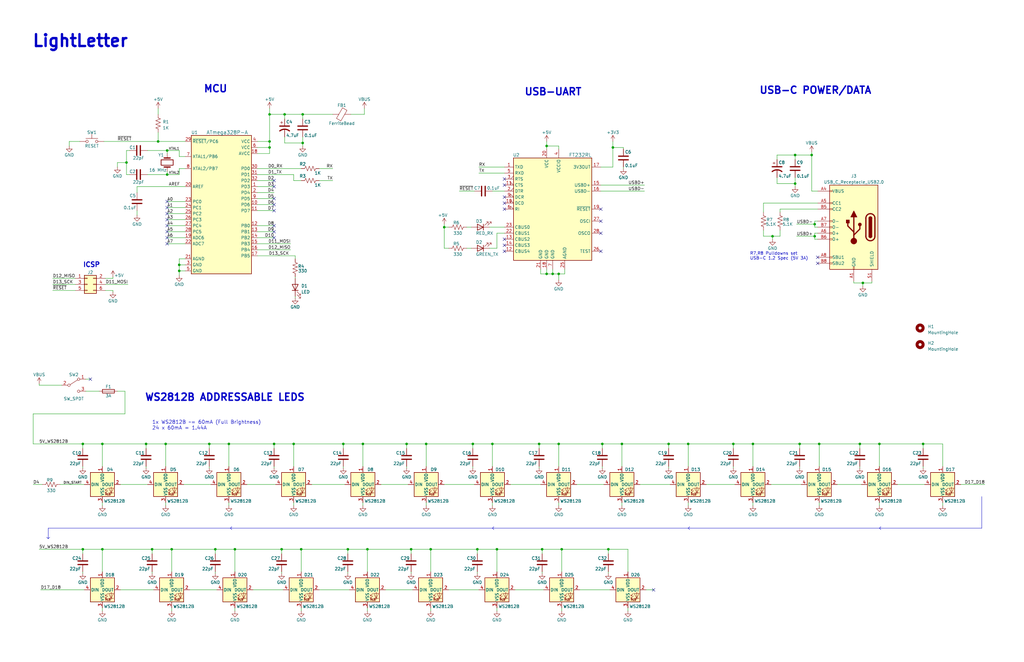
<source format=kicad_sch>
(kicad_sch (version 20230121) (generator eeschema)
  (paper "B")
  (junction (at 153.035 187.325))
  (junction (at 61.595 187.325))
  (junction (at 113.665 59.69))
  (junction (at 123.825 187.325))
  (junction (at 235.585 115.57))
  (junction (at 173.355 231.775))
  (junction (at 75.565 111.76))
  (junction (at 144.78 187.325))
  (junction (at 115.57 187.325))
  (junction (at 146.685 231.775))
  (junction (at 75.565 114.3))
  (junction (at 127 231.775))
  (junction (at 342.265 65.405))
  (junction (at 343.535 99.695))
  (junction (at 66.675 59.69))
  (junction (at 53.34 68.58))
  (junction (at 230.505 115.57))
  (junction (at 127.635 60.325))
  (junction (at 179.705 187.325))
  (junction (at 43.18 231.775))
  (junction (at 96.52 187.325))
  (junction (at 235.585 187.325))
  (junction (at 181.61 231.775))
  (junction (at 290.195 187.325))
  (junction (at 171.45 187.325))
  (junction (at 345.44 187.325))
  (junction (at 34.925 231.775))
  (junction (at 317.5 187.325))
  (junction (at 201.295 231.775))
  (junction (at 230.505 61.595))
  (junction (at 254 187.325))
  (junction (at 118.745 231.775))
  (junction (at 207.645 187.325))
  (junction (at 256.54 231.775))
  (junction (at 370.84 187.325))
  (junction (at 120.015 48.26))
  (junction (at 228.6 231.775))
  (junction (at 335.28 65.405))
  (junction (at 70.485 63.5))
  (junction (at 281.94 187.325))
  (junction (at 43.18 187.325))
  (junction (at 335.28 77.47))
  (junction (at 209.55 231.775))
  (junction (at 70.485 73.66))
  (junction (at 99.06 231.775))
  (junction (at 389.255 187.325))
  (junction (at 72.39 231.775))
  (junction (at 337.185 187.325))
  (junction (at 362.585 187.325))
  (junction (at 69.85 187.325))
  (junction (at 343.535 94.615))
  (junction (at 325.755 99.695))
  (junction (at 154.94 231.775))
  (junction (at 262.255 187.325))
  (junction (at 34.925 187.325))
  (junction (at 90.805 231.775))
  (junction (at 309.245 187.325))
  (junction (at 113.665 48.26))
  (junction (at 113.665 62.23))
  (junction (at 233.045 115.57))
  (junction (at 88.265 187.325))
  (junction (at 258.445 62.23))
  (junction (at 187.325 95.885))
  (junction (at 227.33 187.325))
  (junction (at 127.635 48.26))
  (junction (at 64.135 231.775))
  (junction (at 199.39 187.325))
  (junction (at 363.855 119.38))
  (junction (at 236.855 231.775))
  (no_connect (at 70.485 85.09))
  (no_connect (at 115.57 83.82))
  (no_connect (at 70.485 92.71))
  (no_connect (at 253.365 88.265))
  (no_connect (at 212.725 88.265))
  (no_connect (at 70.485 90.17))
  (no_connect (at 115.57 88.9))
  (no_connect (at 212.725 75.565))
  (no_connect (at 253.365 106.045))
  (no_connect (at 115.57 100.33))
  (no_connect (at 115.57 95.25))
  (no_connect (at 115.57 97.79))
  (no_connect (at 344.805 111.125))
  (no_connect (at 212.725 100.965))
  (no_connect (at 70.485 95.25))
  (no_connect (at 70.485 100.33))
  (no_connect (at 38.1 160.02))
  (no_connect (at 70.485 87.63))
  (no_connect (at 70.485 97.79))
  (no_connect (at 253.365 93.345))
  (no_connect (at 212.725 106.045))
  (no_connect (at 212.725 85.725))
  (no_connect (at 70.485 102.87))
  (no_connect (at 275.59 248.92))
  (no_connect (at 115.57 78.74))
  (no_connect (at 115.57 76.2))
  (no_connect (at 253.365 98.425))
  (no_connect (at 344.805 108.585))
  (no_connect (at 212.725 83.185))
  (no_connect (at 212.725 103.505))
  (no_connect (at 115.57 86.36))
  (no_connect (at 212.725 78.105))
  (wire (pts (xy 44.45 117.475) (xy 47.625 117.475)))
  (wire (pts (xy 153.035 187.325) (xy 171.45 187.325)))
  (wire (pts (xy 209.55 256.54) (xy 209.55 257.81)))
  (wire (pts (xy 43.18 231.775) (xy 43.18 241.3)))
  (wire (pts (xy 13.97 187.325) (xy 34.925 187.325)))
  (wire (pts (xy 327.66 65.405) (xy 327.66 67.31)))
  (wire (pts (xy 96.52 187.325) (xy 96.52 196.85)))
  (wire (pts (xy 118.745 241.3) (xy 118.745 241.935)))
  (wire (pts (xy 363.855 119.38) (xy 367.665 119.38)))
  (wire (pts (xy 64.135 231.775) (xy 64.135 233.68)))
  (wire (pts (xy 44.45 122.555) (xy 47.625 122.555)))
  (wire (pts (xy 256.54 231.775) (xy 264.795 231.775)))
  (wire (pts (xy 70.485 87.63) (xy 78.105 87.63)))
  (wire (pts (xy 44.45 120.015) (xy 53.975 120.015)))
  (wire (pts (xy 88.265 187.325) (xy 88.265 189.23)))
  (wire (pts (xy 207.645 187.325) (xy 227.33 187.325)))
  (wire (pts (xy 360.045 119.38) (xy 363.855 119.38)))
  (wire (pts (xy 290.195 187.325) (xy 309.245 187.325)))
  (wire (pts (xy 146.685 231.775) (xy 154.94 231.775)))
  (wire (pts (xy 144.78 187.325) (xy 153.035 187.325)))
  (wire (pts (xy 29.21 59.69) (xy 29.21 61.595)))
  (wire (pts (xy 66.675 45.72) (xy 66.675 48.26)))
  (wire (pts (xy 335.28 65.405) (xy 335.28 67.31)))
  (wire (pts (xy 22.225 117.475) (xy 31.75 117.475)))
  (wire (pts (xy 187.325 95.885) (xy 189.23 95.885)))
  (wire (pts (xy 317.5 187.325) (xy 317.5 196.85)))
  (wire (pts (xy 206.375 95.885) (xy 212.725 95.885)))
  (wire (pts (xy 201.93 70.485) (xy 212.725 70.485)))
  (wire (pts (xy 127.635 60.325) (xy 127.635 61.595)))
  (wire (pts (xy 235.585 115.57) (xy 233.045 115.57)))
  (wire (pts (xy 328.93 97.155) (xy 328.93 99.695)))
  (wire (pts (xy 53.34 68.58) (xy 49.53 68.58)))
  (wire (pts (xy 123.825 76.2) (xy 127 76.2)))
  (wire (pts (xy 321.945 99.695) (xy 325.755 99.695)))
  (wire (pts (xy 181.61 231.775) (xy 201.295 231.775)))
  (wire (pts (xy 209.55 98.425) (xy 212.725 98.425)))
  (wire (pts (xy 262.89 70.485) (xy 262.89 71.12)))
  (wire (pts (xy 113.665 48.26) (xy 120.015 48.26)))
  (wire (pts (xy 108.585 95.25) (xy 115.57 95.25)))
  (polyline (pts (xy 20.32 222.885) (xy 20.32 227.33)))
  (wire (pts (xy 108.585 78.74) (xy 115.57 78.74)))
  (wire (pts (xy 66.675 59.69) (xy 78.105 59.69)))
  (wire (pts (xy 199.39 187.325) (xy 199.39 189.23)))
  (wire (pts (xy 196.85 95.885) (xy 198.755 95.885)))
  (wire (pts (xy 108.585 59.69) (xy 113.665 59.69)))
  (wire (pts (xy 43.18 187.325) (xy 61.595 187.325)))
  (wire (pts (xy 201.295 231.775) (xy 201.295 233.68)))
  (wire (pts (xy 127 231.775) (xy 127 241.3)))
  (wire (pts (xy 34.925 241.3) (xy 34.925 241.935)))
  (wire (pts (xy 108.585 88.9) (xy 115.57 88.9)))
  (wire (pts (xy 52.705 165.1) (xy 52.705 174.625)))
  (wire (pts (xy 362.585 187.325) (xy 370.84 187.325)))
  (wire (pts (xy 108.585 76.2) (xy 115.57 76.2)))
  (wire (pts (xy 187.325 204.47) (xy 200.025 204.47)))
  (polyline (pts (xy 19.685 226.695) (xy 20.32 227.33)))
  (wire (pts (xy 154.94 231.775) (xy 154.94 241.3)))
  (wire (pts (xy 209.55 104.775) (xy 209.55 98.425)))
  (polyline (pts (xy 414.02 209.55) (xy 414.02 222.885)))
  (wire (pts (xy 52.705 174.625) (xy 13.97 174.625)))
  (wire (pts (xy 179.705 187.325) (xy 199.39 187.325)))
  (wire (pts (xy 90.805 241.3) (xy 90.805 241.935)))
  (wire (pts (xy 238.125 113.665) (xy 238.125 115.57)))
  (wire (pts (xy 77.47 204.47) (xy 88.9 204.47)))
  (wire (pts (xy 405.13 204.47) (xy 415.29 204.47)))
  (wire (pts (xy 115.57 187.325) (xy 123.825 187.325)))
  (wire (pts (xy 106.68 248.92) (xy 119.38 248.92)))
  (wire (pts (xy 64.135 231.775) (xy 72.39 231.775)))
  (wire (pts (xy 61.595 196.85) (xy 61.595 197.485)))
  (wire (pts (xy 70.485 63.5) (xy 70.485 64.77)))
  (wire (pts (xy 72.39 231.775) (xy 72.39 241.3)))
  (wire (pts (xy 62.23 73.66) (xy 70.485 73.66)))
  (wire (pts (xy 253.365 80.645) (xy 271.78 80.645)))
  (wire (pts (xy 108.585 73.66) (xy 123.825 73.66)))
  (wire (pts (xy 69.85 187.325) (xy 88.265 187.325)))
  (wire (pts (xy 108.585 83.82) (xy 115.57 83.82)))
  (wire (pts (xy 53.34 73.66) (xy 54.61 73.66)))
  (wire (pts (xy 16.51 231.775) (xy 34.925 231.775)))
  (wire (pts (xy 134.62 71.12) (xy 140.335 71.12)))
  (wire (pts (xy 22.225 122.555) (xy 31.75 122.555)))
  (wire (pts (xy 325.12 204.47) (xy 337.82 204.47)))
  (wire (pts (xy 228.6 231.775) (xy 236.855 231.775)))
  (wire (pts (xy 75.565 109.22) (xy 75.565 111.76)))
  (wire (pts (xy 207.645 187.325) (xy 207.645 196.85)))
  (wire (pts (xy 127.635 48.26) (xy 140.335 48.26)))
  (wire (pts (xy 146.685 231.775) (xy 146.685 233.68)))
  (wire (pts (xy 397.51 212.09) (xy 397.51 213.36)))
  (wire (pts (xy 187.325 95.885) (xy 187.325 104.775)))
  (wire (pts (xy 66.675 55.88) (xy 66.675 59.69)))
  (wire (pts (xy 154.94 231.775) (xy 173.355 231.775)))
  (wire (pts (xy 120.015 60.325) (xy 127.635 60.325)))
  (wire (pts (xy 328.93 88.265) (xy 328.93 89.535)))
  (wire (pts (xy 120.015 48.26) (xy 127.635 48.26)))
  (polyline (pts (xy 207.645 222.885) (xy 208.28 223.52)))
  (wire (pts (xy 258.445 59.69) (xy 258.445 62.23)))
  (wire (pts (xy 370.84 187.325) (xy 389.255 187.325)))
  (wire (pts (xy 235.585 187.325) (xy 254 187.325)))
  (wire (pts (xy 317.5 187.325) (xy 337.185 187.325)))
  (wire (pts (xy 342.265 64.135) (xy 342.265 65.405)))
  (polyline (pts (xy 20.32 227.33) (xy 20.955 226.695)))
  (wire (pts (xy 124.46 107.95) (xy 108.585 107.95)))
  (wire (pts (xy 72.39 231.775) (xy 90.805 231.775)))
  (wire (pts (xy 262.255 187.325) (xy 262.255 196.85)))
  (wire (pts (xy 61.595 187.325) (xy 69.85 187.325)))
  (wire (pts (xy 64.135 241.3) (xy 64.135 241.935)))
  (wire (pts (xy 397.51 187.325) (xy 397.51 196.85)))
  (polyline (pts (xy 290.195 222.885) (xy 290.83 223.52)))
  (wire (pts (xy 199.39 196.85) (xy 199.39 197.485)))
  (wire (pts (xy 69.85 212.09) (xy 69.85 213.36)))
  (wire (pts (xy 16.51 162.56) (xy 26.035 162.56)))
  (wire (pts (xy 131.445 204.47) (xy 145.415 204.47)))
  (wire (pts (xy 118.745 231.775) (xy 118.745 233.68)))
  (wire (pts (xy 43.18 212.09) (xy 43.18 213.36)))
  (wire (pts (xy 230.505 61.595) (xy 230.505 62.865)))
  (wire (pts (xy 70.485 102.87) (xy 78.105 102.87)))
  (wire (pts (xy 70.485 97.79) (xy 78.105 97.79)))
  (wire (pts (xy 104.14 204.47) (xy 116.205 204.47)))
  (wire (pts (xy 321.945 97.155) (xy 321.945 99.695)))
  (wire (pts (xy 262.255 212.09) (xy 262.255 213.36)))
  (wire (pts (xy 25.4 204.47) (xy 35.56 204.47)))
  (polyline (pts (xy 97.155 222.885) (xy 97.79 223.52)))
  (wire (pts (xy 99.06 231.775) (xy 99.06 241.3)))
  (wire (pts (xy 230.505 113.665) (xy 230.505 115.57)))
  (wire (pts (xy 262.89 62.865) (xy 262.89 62.23)))
  (wire (pts (xy 162.56 248.92) (xy 173.99 248.92)))
  (wire (pts (xy 72.39 256.54) (xy 72.39 257.81)))
  (wire (pts (xy 228.6 231.775) (xy 228.6 233.68)))
  (wire (pts (xy 328.93 88.265) (xy 344.805 88.265)))
  (wire (pts (xy 34.925 231.775) (xy 34.925 233.68)))
  (wire (pts (xy 34.925 187.325) (xy 34.925 189.23)))
  (wire (pts (xy 90.805 231.775) (xy 99.06 231.775)))
  (wire (pts (xy 370.84 187.325) (xy 370.84 196.85)))
  (wire (pts (xy 264.795 256.54) (xy 264.795 257.81)))
  (wire (pts (xy 120.015 48.26) (xy 120.015 50.165)))
  (wire (pts (xy 344.805 80.645) (xy 342.265 80.645)))
  (wire (pts (xy 342.265 65.405) (xy 342.265 80.645)))
  (wire (pts (xy 344.805 93.345) (xy 343.535 93.345)))
  (wire (pts (xy 309.245 196.85) (xy 309.245 197.485)))
  (wire (pts (xy 207.645 80.645) (xy 212.725 80.645)))
  (wire (pts (xy 115.57 196.85) (xy 115.57 197.485)))
  (wire (pts (xy 36.195 165.1) (xy 41.91 165.1)))
  (wire (pts (xy 134.62 248.92) (xy 147.32 248.92)))
  (wire (pts (xy 70.485 90.17) (xy 78.105 90.17)))
  (wire (pts (xy 337.185 187.325) (xy 337.185 189.23)))
  (wire (pts (xy 233.045 115.57) (xy 230.505 115.57)))
  (wire (pts (xy 227.33 187.325) (xy 235.585 187.325)))
  (wire (pts (xy 47.625 116.84) (xy 47.625 117.475)))
  (wire (pts (xy 317.5 212.09) (xy 317.5 213.36)))
  (wire (pts (xy 13.97 174.625) (xy 13.97 187.325)))
  (wire (pts (xy 53.34 68.58) (xy 53.34 73.66)))
  (wire (pts (xy 75.565 114.3) (xy 78.105 114.3)))
  (wire (pts (xy 343.535 99.695) (xy 343.535 98.425)))
  (wire (pts (xy 193.675 80.645) (xy 200.025 80.645)))
  (wire (pts (xy 281.94 196.85) (xy 281.94 197.485)))
  (wire (pts (xy 243.205 204.47) (xy 254.635 204.47)))
  (wire (pts (xy 345.44 187.325) (xy 345.44 196.85)))
  (wire (pts (xy 335.915 94.615) (xy 343.535 94.615)))
  (wire (pts (xy 113.665 48.26) (xy 113.665 59.69)))
  (wire (pts (xy 389.255 187.325) (xy 397.51 187.325)))
  (wire (pts (xy 230.505 59.69) (xy 230.505 61.595)))
  (wire (pts (xy 88.265 196.85) (xy 88.265 197.485)))
  (wire (pts (xy 290.195 187.325) (xy 290.195 196.85)))
  (wire (pts (xy 337.185 187.325) (xy 345.44 187.325)))
  (wire (pts (xy 389.255 196.85) (xy 389.255 197.485)))
  (wire (pts (xy 217.17 248.92) (xy 229.235 248.92)))
  (wire (pts (xy 344.805 100.965) (xy 343.535 100.965)))
  (wire (pts (xy 49.53 165.1) (xy 52.705 165.1)))
  (wire (pts (xy 22.225 120.015) (xy 31.75 120.015)))
  (wire (pts (xy 50.8 248.92) (xy 64.77 248.92)))
  (wire (pts (xy 75.565 111.76) (xy 75.565 114.3)))
  (wire (pts (xy 69.85 187.325) (xy 69.85 196.85)))
  (wire (pts (xy 124.46 107.95) (xy 124.46 109.22)))
  (wire (pts (xy 343.535 98.425) (xy 344.805 98.425)))
  (wire (pts (xy 49.53 68.58) (xy 49.53 70.485)))
  (wire (pts (xy 181.61 256.54) (xy 181.61 257.81)))
  (wire (pts (xy 108.585 105.41) (xy 122.555 105.41)))
  (wire (pts (xy 43.815 59.69) (xy 66.675 59.69)))
  (wire (pts (xy 264.795 231.775) (xy 264.795 241.3)))
  (wire (pts (xy 57.785 78.74) (xy 57.785 81.28)))
  (wire (pts (xy 327.66 74.93) (xy 327.66 77.47)))
  (wire (pts (xy 325.755 99.695) (xy 328.93 99.695)))
  (polyline (pts (xy 207.645 222.885) (xy 208.28 222.25)))
  (wire (pts (xy 335.915 99.695) (xy 343.535 99.695)))
  (wire (pts (xy 160.655 204.47) (xy 172.085 204.47)))
  (wire (pts (xy 321.945 85.725) (xy 344.805 85.725)))
  (wire (pts (xy 146.685 241.3) (xy 146.685 241.935)))
  (wire (pts (xy 327.66 77.47) (xy 335.28 77.47)))
  (wire (pts (xy 123.825 187.325) (xy 144.78 187.325)))
  (wire (pts (xy 272.415 248.92) (xy 275.59 248.92)))
  (wire (pts (xy 108.585 62.23) (xy 113.665 62.23)))
  (wire (pts (xy 201.295 241.3) (xy 201.295 241.935)))
  (wire (pts (xy 75.565 114.3) (xy 75.565 116.205)))
  (wire (pts (xy 90.805 231.775) (xy 90.805 233.68)))
  (wire (pts (xy 43.18 187.325) (xy 43.18 196.85)))
  (wire (pts (xy 335.28 77.47) (xy 335.28 78.74)))
  (wire (pts (xy 297.815 204.47) (xy 309.88 204.47)))
  (wire (pts (xy 43.18 256.54) (xy 43.18 257.81)))
  (wire (pts (xy 127.635 48.26) (xy 127.635 50.165)))
  (wire (pts (xy 153.035 212.09) (xy 153.035 213.36)))
  (wire (pts (xy 34.925 187.325) (xy 43.18 187.325)))
  (wire (pts (xy 189.23 248.92) (xy 201.93 248.92)))
  (wire (pts (xy 34.925 231.775) (xy 43.18 231.775)))
  (wire (pts (xy 309.245 187.325) (xy 317.5 187.325)))
  (wire (pts (xy 78.105 71.12) (xy 75.565 71.12)))
  (wire (pts (xy 154.94 256.54) (xy 154.94 257.81)))
  (wire (pts (xy 113.665 62.23) (xy 113.665 64.77)))
  (wire (pts (xy 209.55 231.775) (xy 209.55 241.3)))
  (wire (pts (xy 29.21 59.69) (xy 33.655 59.69)))
  (wire (pts (xy 325.755 99.695) (xy 325.755 100.965)))
  (polyline (pts (xy 370.84 222.885) (xy 371.475 223.52)))
  (polyline (pts (xy 414.02 222.885) (xy 20.32 222.885)))
  (wire (pts (xy 57.785 88.9) (xy 57.785 90.805)))
  (wire (pts (xy 179.705 212.09) (xy 179.705 213.36)))
  (wire (pts (xy 269.875 204.47) (xy 282.575 204.47)))
  (wire (pts (xy 108.585 71.12) (xy 127 71.12)))
  (wire (pts (xy 206.375 104.775) (xy 209.55 104.775)))
  (polyline (pts (xy 97.155 222.885) (xy 97.79 222.25)))
  (wire (pts (xy 262.89 62.23) (xy 258.445 62.23)))
  (wire (pts (xy 281.94 187.325) (xy 281.94 189.23)))
  (wire (pts (xy 227.965 115.57) (xy 227.965 113.665)))
  (wire (pts (xy 108.585 97.79) (xy 115.57 97.79)))
  (wire (pts (xy 235.585 212.09) (xy 235.585 213.36)))
  (wire (pts (xy 115.57 187.325) (xy 115.57 189.23)))
  (wire (pts (xy 127 256.54) (xy 127 257.81)))
  (wire (pts (xy 199.39 187.325) (xy 207.645 187.325)))
  (wire (pts (xy 78.105 66.04) (xy 75.565 66.04)))
  (wire (pts (xy 99.06 256.54) (xy 99.06 257.81)))
  (wire (pts (xy 127 231.775) (xy 146.685 231.775)))
  (wire (pts (xy 50.8 204.47) (xy 62.23 204.47)))
  (wire (pts (xy 345.44 212.09) (xy 345.44 213.36)))
  (wire (pts (xy 235.585 62.865) (xy 235.585 61.595)))
  (wire (pts (xy 362.585 196.85) (xy 362.585 197.485)))
  (wire (pts (xy 360.045 118.745) (xy 360.045 119.38)))
  (wire (pts (xy 124.46 125.095) (xy 124.46 125.73)))
  (wire (pts (xy 227.33 187.325) (xy 227.33 189.23)))
  (wire (pts (xy 99.06 231.775) (xy 118.745 231.775)))
  (wire (pts (xy 230.505 115.57) (xy 227.965 115.57)))
  (wire (pts (xy 144.78 187.325) (xy 144.78 189.23)))
  (wire (pts (xy 17.145 248.92) (xy 35.56 248.92)))
  (wire (pts (xy 36.195 160.02) (xy 38.1 160.02)))
  (wire (pts (xy 345.44 187.325) (xy 362.585 187.325)))
  (wire (pts (xy 153.035 187.325) (xy 153.035 196.85)))
  (wire (pts (xy 75.565 71.12) (xy 75.565 73.66)))
  (wire (pts (xy 321.945 85.725) (xy 321.945 89.535)))
  (wire (pts (xy 134.62 76.2) (xy 140.335 76.2)))
  (wire (pts (xy 34.925 196.85) (xy 34.925 197.485)))
  (wire (pts (xy 215.265 204.47) (xy 227.965 204.47)))
  (wire (pts (xy 337.185 196.85) (xy 337.185 197.485)))
  (wire (pts (xy 70.485 100.33) (xy 78.105 100.33)))
  (wire (pts (xy 253.365 70.485) (xy 258.445 70.485)))
  (wire (pts (xy 187.325 94.615) (xy 187.325 95.885)))
  (wire (pts (xy 233.045 113.665) (xy 233.045 115.57)))
  (wire (pts (xy 108.585 100.33) (xy 115.57 100.33)))
  (polyline (pts (xy 290.195 222.885) (xy 290.83 222.25)))
  (wire (pts (xy 96.52 212.09) (xy 96.52 213.36)))
  (wire (pts (xy 61.595 187.325) (xy 61.595 189.23)))
  (wire (pts (xy 236.855 231.775) (xy 236.855 241.3)))
  (wire (pts (xy 108.585 64.77) (xy 113.665 64.77)))
  (wire (pts (xy 335.28 65.405) (xy 342.265 65.405)))
  (wire (pts (xy 253.365 78.105) (xy 271.78 78.105)))
  (wire (pts (xy 281.94 187.325) (xy 290.195 187.325)))
  (wire (pts (xy 238.125 115.57) (xy 235.585 115.57)))
  (wire (pts (xy 179.705 187.325) (xy 179.705 196.85)))
  (wire (pts (xy 367.665 119.38) (xy 367.665 118.745)))
  (wire (pts (xy 228.6 241.3) (xy 228.6 241.935)))
  (wire (pts (xy 113.665 59.69) (xy 113.665 62.23)))
  (wire (pts (xy 171.45 196.85) (xy 171.45 197.485)))
  (wire (pts (xy 13.97 204.47) (xy 17.78 204.47)))
  (wire (pts (xy 70.485 73.66) (xy 75.565 73.66)))
  (wire (pts (xy 108.585 102.87) (xy 122.555 102.87)))
  (wire (pts (xy 290.195 212.09) (xy 290.195 213.36)))
  (wire (pts (xy 196.85 104.775) (xy 198.755 104.775)))
  (wire (pts (xy 70.485 72.39) (xy 70.485 73.66)))
  (wire (pts (xy 262.255 187.325) (xy 281.94 187.325)))
  (wire (pts (xy 123.825 212.09) (xy 123.825 213.36)))
  (wire (pts (xy 335.28 77.47) (xy 335.28 74.93)))
  (polyline (pts (xy 370.84 222.885) (xy 371.475 222.25)))
  (wire (pts (xy 258.445 62.23) (xy 258.445 70.485)))
  (wire (pts (xy 47.625 122.555) (xy 47.625 123.19)))
  (wire (pts (xy 256.54 241.3) (xy 256.54 241.935)))
  (wire (pts (xy 343.535 93.345) (xy 343.535 94.615)))
  (wire (pts (xy 201.93 73.025) (xy 212.725 73.025)))
  (wire (pts (xy 144.78 196.85) (xy 144.78 197.485)))
  (wire (pts (xy 88.265 187.325) (xy 96.52 187.325)))
  (wire (pts (xy 236.855 256.54) (xy 236.855 257.81)))
  (wire (pts (xy 362.585 187.325) (xy 362.585 189.23)))
  (wire (pts (xy 53.34 63.5) (xy 53.34 68.58)))
  (wire (pts (xy 118.745 231.775) (xy 127 231.775)))
  (wire (pts (xy 108.585 81.28) (xy 115.57 81.28)))
  (wire (pts (xy 123.825 73.66) (xy 123.825 76.2)))
  (wire (pts (xy 70.485 92.71) (xy 78.105 92.71)))
  (wire (pts (xy 343.535 100.965) (xy 343.535 99.695)))
  (wire (pts (xy 207.645 212.09) (xy 207.645 213.36)))
  (wire (pts (xy 173.355 241.3) (xy 173.355 241.935)))
  (wire (pts (xy 80.01 248.92) (xy 91.44 248.92)))
  (wire (pts (xy 236.855 231.775) (xy 256.54 231.775)))
  (wire (pts (xy 153.67 45.72) (xy 153.67 48.26)))
  (wire (pts (xy 70.485 95.25) (xy 78.105 95.25)))
  (wire (pts (xy 70.485 63.5) (xy 75.565 63.5)))
  (wire (pts (xy 254 187.325) (xy 254 189.23)))
  (wire (pts (xy 54.61 63.5) (xy 53.34 63.5)))
  (wire (pts (xy 309.245 187.325) (xy 309.245 189.23)))
  (wire (pts (xy 123.825 187.325) (xy 123.825 196.85)))
  (wire (pts (xy 181.61 231.775) (xy 181.61 241.3)))
  (wire (pts (xy 16.51 161.925) (xy 16.51 162.56)))
  (wire (pts (xy 173.355 231.775) (xy 173.355 233.68)))
  (wire (pts (xy 70.485 85.09) (xy 78.105 85.09)))
  (wire (pts (xy 173.355 231.775) (xy 181.61 231.775)))
  (wire (pts (xy 171.45 187.325) (xy 179.705 187.325)))
  (wire (pts (xy 363.855 119.38) (xy 363.855 120.65)))
  (wire (pts (xy 75.565 111.76) (xy 78.105 111.76)))
  (wire (pts (xy 96.52 187.325) (xy 115.57 187.325)))
  (wire (pts (xy 171.45 187.325) (xy 171.45 189.23)))
  (wire (pts (xy 43.18 231.775) (xy 64.135 231.775)))
  (wire (pts (xy 327.66 65.405) (xy 335.28 65.405)))
  (wire (pts (xy 201.295 231.775) (xy 209.55 231.775)))
  (wire (pts (xy 227.33 196.85) (xy 227.33 197.485)))
  (wire (pts (xy 254 196.85) (xy 254 197.485)))
  (wire (pts (xy 256.54 231.775) (xy 256.54 233.68)))
  (wire (pts (xy 62.23 63.5) (xy 70.485 63.5)))
  (wire (pts (xy 113.665 45.72) (xy 113.665 48.26)))
  (wire (pts (xy 153.67 48.26) (xy 147.955 48.26)))
  (wire (pts (xy 254 187.325) (xy 262.255 187.325)))
  (wire (pts (xy 353.06 204.47) (xy 363.22 204.47)))
  (wire (pts (xy 343.535 95.885) (xy 344.805 95.885)))
  (wire (pts (xy 235.585 115.57) (xy 235.585 118.11)))
  (wire (pts (xy 124.46 116.84) (xy 124.46 117.475)))
  (wire (pts (xy 57.785 78.74) (xy 78.105 78.74)))
  (wire (pts (xy 343.535 94.615) (xy 343.535 95.885)))
  (wire (pts (xy 230.505 61.595) (xy 235.585 61.595)))
  (wire (pts (xy 127.635 60.325) (xy 127.635 57.785)))
  (wire (pts (xy 78.105 109.22) (xy 75.565 109.22)))
  (wire (pts (xy 235.585 187.325) (xy 235.585 196.85)))
  (wire (pts (xy 120.015 57.785) (xy 120.015 60.325)))
  (wire (pts (xy 75.565 66.04) (xy 75.565 63.5)))
  (wire (pts (xy 389.255 187.325) (xy 389.255 189.23)))
  (wire (pts (xy 209.55 231.775) (xy 228.6 231.775)))
  (wire (pts (xy 370.84 212.09) (xy 370.84 213.36)))
  (wire (pts (xy 189.23 104.775) (xy 187.325 104.775)))
  (wire (pts (xy 108.585 86.36) (xy 115.57 86.36)))
  (wire (pts (xy 244.475 248.92) (xy 257.175 248.92)))
  (wire (pts (xy 378.46 204.47) (xy 389.89 204.47)))
  (text "R7,R8 Pulldowns set \nUSB-C 1.2 Spec (5V 3A)" (at 316.23 109.855 0) (effects (font (size 1.27 1.27)) (justify left bottom)))
  (text "USB-C POWER/DATA" (at 320.04 40.005 0) (effects (font (size 3 3) (thickness 0.6) bold) (justify left bottom)))
  (text "WS2812B ADDRESSABLE LEDS" (at 60.96 169.545 0) (effects (font (size 3 3) (thickness 0.6) bold) (justify left bottom)))
  (text "MCU" (at 85.725 39.37 0) (effects (font (size 3 3) (thickness 0.6) bold) (justify left bottom)))
  (text "1x WS2812B ~= 60mA (Full Brightness)\n24 x 60mA = 1.44A" (at 64.135 181.61 0) (effects (font (size 1.5 1.5)) (justify left bottom)))
  (text "LightLetter" (at 13.335 20.32 0) (effects (font (size 5 5) (thickness 1) bold) (justify left bottom)))
  (text "USB-UART" (at 220.98 40.64 0) (effects (font (size 3 3) (thickness 0.6) bold) (justify left bottom)))
  (text "ICSP" (at 34.925 113.03 0) (effects (font (size 2 2) (thickness 0.4) bold) (justify left bottom)))
  (label "D2" (at 115.57 76.2 180))
  (label "D11_MOSI" (at 122.555 102.87 180))
  (label "~{RESET}" (at 193.675 80.645 0))
  (label "USBD+" (at 271.78 78.105 180))
  (label "A6" (at 70.485 100.33 0))
  (label "USBD-" (at 335.915 94.615 0))
  (label "D4" (at 13.97 204.47 0))
  (label "~{RESET}" (at 49.53 59.69 0))
  (label "TX" (at 140.335 76.2 180))
  (label "D12_MISO" (at 22.225 117.475 0))
  (label "5V_WS2812B" (at 16.51 231.775 0))
  (label "5V_WS2812B" (at 16.51 187.325 0))
  (label "D5" (at 115.57 83.82 180))
  (label "USBD-" (at 271.78 80.645 180))
  (label "USBD+" (at 335.915 99.695 0))
  (label "D13_SCK" (at 22.225 120.015 0))
  (label "D4" (at 115.57 81.28 180))
  (label "D1_TX" (at 113.03 73.66 0))
  (label "D3" (at 115.57 78.74 180))
  (label "XTAL1" (at 71.12 63.5 0) (effects (font (size 1 1))))
  (label "RX" (at 201.93 70.485 0))
  (label "D8" (at 115.57 95.25 180))
  (label "D7" (at 115.57 88.9 180))
  (label "AREF" (at 71.12 78.74 0))
  (label "XTAL2" (at 71.12 73.66 0) (effects (font (size 1 1))))
  (label "A4" (at 70.485 95.25 0))
  (label "A0" (at 70.485 85.09 0))
  (label "D11_MOSI" (at 53.975 120.015 180))
  (label "A7" (at 70.485 102.87 0))
  (label "D17_D18" (at 17.145 248.92 0))
  (label "D10" (at 115.57 100.33 180))
  (label "D6" (at 115.57 86.36 180))
  (label "D0_RX" (at 113.03 71.12 0))
  (label "D17_D18" (at 415.29 204.47 180))
  (label "D13_SCK" (at 121.92 107.95 180))
  (label "A5" (at 70.485 97.79 0))
  (label "D9" (at 115.57 97.79 180))
  (label "A1" (at 70.485 87.63 0))
  (label "DIN_START" (at 26.67 204.47 0) (effects (font (size 1 1))))
  (label "~{RESET}" (at 22.225 122.555 0))
  (label "A3" (at 70.485 92.71 0))
  (label "TX" (at 201.93 73.025 0))
  (label "D12_MISO" (at 122.555 105.41 180))
  (label "A2" (at 70.485 90.17 0))
  (label "RX" (at 140.335 71.12 180))
  (symbol (lib_id "power:GND") (at 179.705 213.36 0) (unit 1)
    (property "Reference" "#PWR032" (effects hide))
    (property "Value" "GND" (at 179.705 217.17 0))
  )
  (symbol (lib_id "Device:C") (at 389.255 193.04 180) (unit 1)
    (property "Reference" "C23" (at 386.715 191.135 0))
    (property "Value" "22pF" (at 386.08 195.58 0))
    (property "Footprint" "Capacitor_SMD:C_0603_1608Metric" (effects hide))
    (property "Datasheet" "https://datasheets.kyocera-avx.com/C0GNP0-KGM.pdf" (effects hide))
    (property "Description" "CAP CER 22PF 50V C0G/NP0 0603" (effects hide))
    (property "Digikey#" "478-KGM15ACG1H220JTCT-ND" (effects hide))
    (property "MF" "KYOCERA AVX" (effects hide))
    (property "MF#" "KGM15ACG1H220JT" (effects hide))
  )
  (symbol (lib_id "LED:WS2812B") (at 43.18 248.92 0) (unit 1)
    (property "Reference" "D18" (at 46.355 242.57 0))
    (property "Value" "WS2812B" (at 48.26 255.905 0))
    (property "Footprint" "LED_SMD:LED_WS2812B_PLCC4_5.0x5.0mm_P3.2mm" (effects hide))
    (property "Datasheet" "https://cdn-shop.adafruit.com/datasheets/WS2812B.pdf" (effects hide))
    (property "Description" "ADDRESS LED RED/GRN/BLUE" (effects hide))
    (property "Digikey#" "1568-COM-16347CT-ND" (effects hide))
    (property "MF" "SparkFun Electronics" (effects hide))
    (property "MF#" "COM-16347" (effects hide))
  )
  (symbol (lib_id "Connector:USB_C_Receptacle_USB2.0") (at 360.045 95.885 0) (mirror y) (unit 1)
    (property "Reference" "J3" (at 360.045 74.295 0))
    (property "Value" "USB_C_Receptacle_USB2.0" (at 360.045 76.835 0))
    (property "Footprint" "Connector_USB:USB_C_Receptacle_GCT_USB4115-03-C" (effects hide))
    (property "Datasheet" "https://mm.digikey.com/Volume0/opasdata/d220001/medias/docus/5564/USB4115.pdf" (effects hide))
    (property "Description" "CONN USB3.1 TYPE-C VERT SOCKET" (effects hide))
    (property "Digikey#" "2073-USB4115-03-CCT-ND" (effects hide))
    (property "MF" "GCT" (effects hide))
    (property "MF#" "USB4115-03-C" (effects hide))
  )
  (symbol (lib_id "power:GND") (at 118.745 241.935 0) (unit 1)
    (property "Reference" "#PWR052" (effects hide))
    (property "Value" "GND" (at 118.745 245.745 0))
  )
  (symbol (lib_id "power:GND") (at 254 197.485 0) (unit 1)
    (property "Reference" "#PWR037" (effects hide))
    (property "Value" "GND" (at 254 201.295 0))
  )
  (symbol (lib_id "power:GND") (at 171.45 197.485 0) (unit 1)
    (property "Reference" "#PWR031" (effects hide))
    (property "Value" "GND" (at 171.45 201.295 0))
  )
  (symbol (lib_id "Device:R_US") (at 193.04 95.885 270) (unit 1)
    (property "Reference" "R6" (at 192.405 93.98 90))
    (property "Value" "330" (at 193.04 98.425 90))
    (property "Footprint" "Resistor_SMD:R_0603_1608Metric" (effects hide))
    (property "Datasheet" "https://www.bourns.com/docs/Product-Datasheets/CMP.pdf" (effects hide))
    (property "Description" "RESHIGHPOWER 0603 330R 1% 1/4W T" (effects hide))
    (property "Digikey#" "118-CMP0603-FX-3300ELFCT-ND" (effects hide))
    (property "MF" "Bourns Inc." (effects hide))
    (property "MF#" "CMP0603-FX-3300ELF" (effects hide))
  )
  (symbol (lib_id "power:GND") (at 235.585 118.11 0) (mirror y) (unit 1)
    (property "Reference" "#PWR09" (effects hide))
    (property "Value" "GND" (at 235.585 121.92 0))
  )
  (symbol (lib_id "power:GND") (at 29.21 61.595 0) (unit 1)
    (property "Reference" "#PWR06" (effects hide))
    (property "Value" "GND" (at 29.21 65.405 0))
  )
  (symbol (lib_id "LED:WS2812B") (at 236.855 248.92 0) (unit 1)
    (property "Reference" "D25" (at 240.03 242.57 0))
    (property "Value" "WS2812B" (at 241.935 255.905 0))
    (property "Footprint" "LED_SMD:LED_WS2812B_PLCC4_5.0x5.0mm_P3.2mm" (effects hide))
    (property "Datasheet" "https://cdn-shop.adafruit.com/datasheets/WS2812B.pdf" (effects hide))
    (property "Description" "ADDRESS LED RED/GRN/BLUE" (effects hide))
    (property "Digikey#" "1568-COM-16347CT-ND" (effects hide))
    (property "MF" "SparkFun Electronics" (effects hide))
    (property "MF#" "COM-16347" (effects hide))
  )
  (symbol (lib_id "LED:WS2812B") (at 181.61 248.92 0) (unit 1)
    (property "Reference" "D23" (at 184.785 242.57 0))
    (property "Value" "WS2812B" (at 186.69 255.905 0))
    (property "Footprint" "LED_SMD:LED_WS2812B_PLCC4_5.0x5.0mm_P3.2mm" (effects hide))
    (property "Datasheet" "https://cdn-shop.adafruit.com/datasheets/WS2812B.pdf" (effects hide))
    (property "Description" "ADDRESS LED RED/GRN/BLUE" (effects hide))
    (property "Digikey#" "1568-COM-16347CT-ND" (effects hide))
    (property "MF" "SparkFun Electronics" (effects hide))
    (property "MF#" "COM-16347" (effects hide))
  )
  (symbol (lib_id "Device:R_US") (at 193.04 104.775 270) (unit 1)
    (property "Reference" "R5" (at 192.405 102.87 90))
    (property "Value" "330" (at 193.04 107.315 90))
    (property "Footprint" "Resistor_SMD:R_0603_1608Metric" (effects hide))
    (property "Datasheet" "https://www.bourns.com/docs/Product-Datasheets/CMP.pdf" (effects hide))
    (property "Description" "RESHIGHPOWER 0603 330R 1% 1/4W T" (effects hide))
    (property "Digikey#" "118-CMP0603-FX-3300ELFCT-ND" (effects hide))
    (property "MF" "Bourns Inc." (effects hide))
    (property "MF#" "CMP0603-FX-3300ELF" (effects hide))
  )
  (symbol (lib_id "power:GND") (at 61.595 197.485 0) (unit 1)
    (property "Reference" "#PWR023" (effects hide))
    (property "Value" "GND" (at 61.595 201.295 0))
  )
  (symbol (lib_id "power:GND") (at 199.39 197.485 0) (unit 1)
    (property "Reference" "#PWR033" (effects hide))
    (property "Value" "GND" (at 199.39 201.295 0))
  )
  (symbol (lib_id "power:GND") (at 228.6 241.935 0) (unit 1)
    (property "Reference" "#PWR056" (effects hide))
    (property "Value" "GND" (at 228.6 245.745 0))
  )
  (symbol (lib_id "LED:WS2812B") (at 72.39 248.92 0) (unit 1)
    (property "Reference" "D19" (at 75.565 242.57 0))
    (property "Value" "WS2812B" (at 77.47 255.905 0))
    (property "Footprint" "LED_SMD:LED_WS2812B_PLCC4_5.0x5.0mm_P3.2mm" (effects hide))
    (property "Datasheet" "https://cdn-shop.adafruit.com/datasheets/WS2812B.pdf" (effects hide))
    (property "Description" "ADDRESS LED RED/GRN/BLUE" (effects hide))
    (property "Digikey#" "1568-COM-16347CT-ND" (effects hide))
    (property "MF" "SparkFun Electronics" (effects hide))
    (property "MF#" "COM-16347" (effects hide))
  )
  (symbol (lib_id "Device:C") (at 146.685 237.49 180) (unit 1)
    (property "Reference" "C28" (at 144.145 235.585 0))
    (property "Value" "22pF" (at 143.51 240.03 0))
    (property "Footprint" "Capacitor_SMD:C_0603_1608Metric" (effects hide))
    (property "Datasheet" "https://datasheets.kyocera-avx.com/C0GNP0-KGM.pdf" (effects hide))
    (property "Description" "CAP CER 22PF 50V C0G/NP0 0603" (effects hide))
    (property "Digikey#" "478-KGM15ACG1H220JTCT-ND" (effects hide))
    (property "MF" "KYOCERA AVX" (effects hide))
    (property "MF#" "KGM15ACG1H220JT" (effects hide))
  )
  (symbol (lib_id "Device:C") (at 335.28 71.12 0) (unit 1)
    (property "Reference" "C9" (at 335.915 68.58 0) (effects (justify left)))
    (property "Value" "0.1uF" (at 335.915 74.295 0) (effects (justify left)))
    (property "Footprint" "Capacitor_SMD:C_0603_1608Metric" (effects hide))
    (property "Datasheet" "https://datasheets.kyocera-avx.com/KGM_X7R.pdf" (effects hide))
    (property "Description" "CAP CER 0.1UF 50V X7R 0603" (effects hide))
    (property "Digikey#" "478-KGM15BR71H104KMCT-ND" (effects hide))
    (property "MF" "KYOCERA AVX" (effects hide))
    (property "MF#" "KGM15BR71H104KM" (effects hide))
  )
  (symbol (lib_id "power:GND") (at 34.925 241.935 0) (unit 1)
    (property "Reference" "#PWR049" (effects hide))
    (property "Value" "GND" (at 34.925 245.745 0))
  )
  (symbol (lib_id "Device:C") (at 64.135 237.49 180) (unit 1)
    (property "Reference" "C25" (at 61.595 235.585 0))
    (property "Value" "22pF" (at 60.96 240.03 0))
    (property "Footprint" "Capacitor_SMD:C_0603_1608Metric" (effects hide))
    (property "Datasheet" "https://datasheets.kyocera-avx.com/C0GNP0-KGM.pdf" (effects hide))
    (property "Description" "CAP CER 22PF 50V C0G/NP0 0603" (effects hide))
    (property "Digikey#" "478-KGM15ACG1H220JTCT-ND" (effects hide))
    (property "MF" "KYOCERA AVX" (effects hide))
    (property "MF#" "KGM15ACG1H220JT" (effects hide))
  )
  (symbol (lib_id "Connector_Generic:Conn_02x03_Odd_Even") (at 36.83 120.015 0) (unit 1)
    (property "Reference" "J2" (at 38.1 114.935 0))
    (property "Value" "Conn_02x03_Odd_Even" (effects hide))
    (property "Footprint" "Connector_PinHeader_1.27mm:PinHeader_2x03_P1.27mm_Vertical_SMD" (effects hide))
    (property "Datasheet" "http://suddendocs.samtec.com/prints/fts-d.pdf" (effects hide))
    (property "Description" "CONN HEADER SMD 6POS 1.27MM" (effects hide))
    (property "Digikey#" "SAM14930CT-ND" (effects hide))
    (property "MF" "Samtec Inc." (effects hide))
    (property "MF#" "FTS-103-01-F-DV-TR" (effects hide))
  )
  (symbol (lib_id "power:+5V") (at 113.665 45.72 0) (unit 1)
    (property "Reference" "#PWR03" (effects hide))
    (property "Value" "+5V" (at 113.665 41.91 0))
  )
  (symbol (lib_id "power:GND") (at 43.18 257.81 0) (unit 1)
    (property "Reference" "#PWR060" (effects hide))
    (property "Value" "GND" (at 43.18 261.62 0))
  )
  (symbol (lib_id "power:GND") (at 370.84 213.36 0) (unit 1)
    (property "Reference" "#PWR046" (effects hide))
    (property "Value" "GND" (at 370.84 217.17 0))
  )
  (symbol (lib_id "LED:WS2812B") (at 96.52 204.47 0) (unit 1)
    (property "Reference" "D6" (at 99.695 198.12 0))
    (property "Value" "WS2812B" (at 101.6 211.455 0))
    (property "Footprint" "LED_SMD:LED_WS2812B_PLCC4_5.0x5.0mm_P3.2mm" (effects hide))
    (property "Datasheet" "https://cdn-shop.adafruit.com/datasheets/WS2812B.pdf" (effects hide))
    (property "Description" "ADDRESS LED RED/GRN/BLUE" (effects hide))
    (property "Digikey#" "1568-COM-16347CT-ND" (effects hide))
    (property "MF" "SparkFun Electronics" (effects hide))
    (property "MF#" "COM-16347" (effects hide))
  )
  (symbol (lib_id "power:GND") (at 235.585 213.36 0) (unit 1)
    (property "Reference" "#PWR036" (effects hide))
    (property "Value" "GND" (at 235.585 217.17 0))
  )
  (symbol (lib_id "Device:C") (at 88.265 193.04 180) (unit 1)
    (property "Reference" "C12" (at 85.725 191.135 0))
    (property "Value" "22pF" (at 85.09 195.58 0))
    (property "Footprint" "Capacitor_SMD:C_0603_1608Metric" (effects hide))
    (property "Datasheet" "https://datasheets.kyocera-avx.com/C0GNP0-KGM.pdf" (effects hide))
    (property "Description" "CAP CER 22PF 50V C0G/NP0 0603" (effects hide))
    (property "Digikey#" "478-KGM15ACG1H220JTCT-ND" (effects hide))
    (property "MF" "KYOCERA AVX" (effects hide))
    (property "MF#" "KGM15ACG1H220JT" (effects hide))
  )
  (symbol (lib_id "Device:C") (at 61.595 193.04 180) (unit 1)
    (property "Reference" "C11" (at 59.055 191.135 0))
    (property "Value" "22pF" (at 58.42 195.58 0))
    (property "Footprint" "Capacitor_SMD:C_0603_1608Metric" (effects hide))
    (property "Datasheet" "https://datasheets.kyocera-avx.com/C0GNP0-KGM.pdf" (effects hide))
    (property "Description" "CAP CER 22PF 50V C0G/NP0 0603" (effects hide))
    (property "Digikey#" "478-KGM15ACG1H220JTCT-ND" (effects hide))
    (property "MF" "KYOCERA AVX" (effects hide))
    (property "MF#" "KGM15ACG1H220JT" (effects hide))
  )
  (symbol (lib_id "Device:C") (at 127.635 53.975 0) (unit 1)
    (property "Reference" "C3" (at 128.27 51.435 0) (effects (justify left)))
    (property "Value" "0.1uF" (at 128.27 57.15 0) (effects (justify left)))
    (property "Footprint" "Capacitor_SMD:C_0603_1608Metric" (effects hide))
    (property "Datasheet" "https://datasheets.kyocera-avx.com/KGM_X7R.pdf" (effects hide))
    (property "Description" "CAP CER 0.1UF 50V X7R 0603" (effects hide))
    (property "Digikey#" "478-KGM15BR71H104KMCT-ND" (effects hide))
    (property "MF" "KYOCERA AVX" (effects hide))
    (property "MF#" "KGM15BR71H104KM" (effects hide))
  )
  (symbol (lib_id "power:GND") (at 262.255 213.36 0) (unit 1)
    (property "Reference" "#PWR038" (effects hide))
    (property "Value" "GND" (at 262.255 217.17 0))
  )
  (symbol (lib_id "Device:LED") (at 202.565 104.775 180) (unit 1)
    (property "Reference" "D2" (at 200.66 102.235 0) (effects (justify right)))
    (property "Value" "GREEN_TX" (at 200.66 107.315 0) (effects (justify right)))
    (property "Footprint" "LED_SMD:LED_0603_1608Metric" (effects hide))
    (property "Datasheet" "https://optoelectronics.liteon.com/upload/download/DS22-2000-228/LTST-C191KGKT.PDF" (effects hide))
    (property "Description" "LED GREEN CLEAR SMD" (effects hide))
    (property "Digikey#" "160-1446-1-ND" (effects hide))
    (property "MF" "Lite-On Inc." (effects hide))
    (property "MF#" "LTST-C191KGKT" (effects hide))
  )
  (symbol (lib_id "Device:LED") (at 124.46 121.285 90) (unit 1)
    (property "Reference" "D1" (at 127 120.65 90) (effects (justify right)))
    (property "Value" "LED" (at 127 123.19 90) (effects (justify right)))
    (property "Footprint" "LED_SMD:LED_0603_1608Metric" (effects hide))
    (property "Datasheet" "https://optoelectronics.liteon.com/upload/download/DS22-2000-228/LTST-C191KGKT.PDF" (effects hide))
    (property "Description" "LED GREEN CLEAR SMD" (effects hide))
    (property "Digikey#" "160-1446-1-ND" (effects hide))
    (property "MF" "Lite-On Inc." (effects hide))
    (property "MF#" "LTST-C191KGKT" (effects hide))
  )
  (symbol (lib_id "LED:WS2812B") (at 235.585 204.47 0) (unit 1)
    (property "Reference" "D11" (at 238.76 198.12 0))
    (property "Value" "WS2812B" (at 240.665 211.455 0))
    (property "Footprint" "LED_SMD:LED_WS2812B_PLCC4_5.0x5.0mm_P3.2mm" (effects hide))
    (property "Datasheet" "https://cdn-shop.adafruit.com/datasheets/WS2812B.pdf" (effects hide))
    (property "Description" "ADDRESS LED RED/GRN/BLUE" (effects hide))
    (property "Digikey#" "1568-COM-16347CT-ND" (effects hide))
    (property "MF" "SparkFun Electronics" (effects hide))
    (property "MF#" "COM-16347" (effects hide))
  )
  (symbol (lib_id "Device:FerriteBead") (at 144.145 48.26 90) (unit 1)
    (property "Reference" "FB1" (at 144.145 44.45 90))
    (property "Value" "FerriteBead" (at 144.145 52.07 90))
    (property "Footprint" "Inductor_SMD:L_0603_1608Metric" (effects hide))
    (property "Datasheet" "https://mm.digikey.com/Volume0/opasdata/d220001/medias/docus/897/EMI_Filtering_and_RF_Inductors.pdf" (effects hide))
    (property "Description" "FERRITE BEAD 220 OHM 0603 1LN" (effects hide))
    (property "Digikey#" "240-2558-1-ND" (effects hide))
    (property "MF" "Laird-Signal Integrity Products" (effects hide))
    (property "MF#" "MI0603L221R-10" (effects hide))
  )
  (symbol (lib_id "Device:R_US") (at 328.93 93.345 180) (unit 1)
    (property "Reference" "R8" (at 331.47 92.71 0))
    (property "Value" "5.1K" (at 332.105 94.615 0))
    (property "Footprint" "Resistor_SMD:R_0603_1608Metric" (effects hide))
    (property "Datasheet" "https://www.seielect.com/catalog/sei-rmcf_rmcp.pdf" (effects hide))
    (property "Description" "RES 5.1K OHM 1% 1/10W 0603" (effects hide))
    (property "Digikey#" "RMCF0603FT5K10CT-ND" (effects hide))
    (property "MF" "Stackpole Electronics Inc" (effects hide))
    (property "MF#" "RMCF0603FT5K10" (effects hide))
  )
  (symbol (lib_id "Switch:SW_Push") (at 38.735 59.69 0) (unit 1)
    (property "Reference" "SW1" (at 38.735 55.88 0))
    (property "Value" "RESET" (at 38.735 61.595 0))
    (property "Footprint" "Button_Switch_SMD:SW_Push_1P1T_NO_6x6mm_H9.5mm" (effects hide))
    (property "Datasheet" "https://www.ckswitches.com/media/1471/pts645.pdf" (effects hide))
    (property "Description" "SWITCH TACTILE SPST-NO 0.05A 12V" (effects hide))
    (property "Digikey#" "CKN10880CT-ND" (effects hide))
    (property "MF" "C&K" (effects hide))
    (property "MF#" "PTS645SL43SMTR92 LFS" (effects hide))
  )
  (symbol (lib_id "LED:WS2812B") (at 209.55 248.92 0) (unit 1)
    (property "Reference" "D24" (at 212.725 242.57 0))
    (property "Value" "WS2812B" (at 214.63 255.905 0))
    (property "Footprint" "LED_SMD:LED_WS2812B_PLCC4_5.0x5.0mm_P3.2mm" (effects hide))
    (property "Datasheet" "https://cdn-shop.adafruit.com/datasheets/WS2812B.pdf" (effects hide))
    (property "Description" "ADDRESS LED RED/GRN/BLUE" (effects hide))
    (property "Digikey#" "1568-COM-16347CT-ND" (effects hide))
    (property "MF" "SparkFun Electronics" (effects hide))
    (property "MF#" "COM-16347" (effects hide))
  )
  (symbol (lib_id "Device:C") (at 337.185 193.04 180) (unit 1)
    (property "Reference" "C21" (at 334.645 191.135 0))
    (property "Value" "22pF" (at 334.01 195.58 0))
    (property "Footprint" "Capacitor_SMD:C_0603_1608Metric" (effects hide))
    (property "Datasheet" "https://datasheets.kyocera-avx.com/C0GNP0-KGM.pdf" (effects hide))
    (property "Description" "CAP CER 22PF 50V C0G/NP0 0603" (effects hide))
    (property "Digikey#" "478-KGM15ACG1H220JTCT-ND" (effects hide))
    (property "MF" "KYOCERA AVX" (effects hide))
    (property "MF#" "KGM15ACG1H220JT" (effects hide))
  )
  (symbol (lib_id "Device:C") (at 34.925 193.04 180) (unit 1)
    (property "Reference" "C10" (at 32.385 191.135 0))
    (property "Value" "22pF" (at 31.75 195.58 0))
    (property "Footprint" "Capacitor_SMD:C_0603_1608Metric" (effects hide))
    (property "Datasheet" "https://datasheets.kyocera-avx.com/C0GNP0-KGM.pdf" (effects hide))
    (property "Description" "CAP CER 22PF 50V C0G/NP0 0603" (effects hide))
    (property "Digikey#" "478-KGM15ACG1H220JTCT-ND" (effects hide))
    (property "MF" "KYOCERA AVX" (effects hide))
    (property "MF#" "KGM15ACG1H220JT" (effects hide))
  )
  (symbol (lib_id "power:GND") (at 64.135 241.935 0) (unit 1)
    (property "Reference" "#PWR050" (effects hide))
    (property "Value" "GND" (at 64.135 245.745 0))
  )
  (symbol (lib_id "Device:C_Polarized_US") (at 120.015 53.975 0) (unit 1)
    (property "Reference" "C4" (at 120.65 51.435 0) (effects (justify left)))
    (property "Value" "4.7uF" (at 120.65 57.15 0) (effects (justify left)))
    (property "Footprint" "Capacitor_SMD:C_0603_1608Metric" (effects hide))
    (property "Datasheet" "https://search.murata.co.jp/Ceramy/image/img/A01X/G101/ENG/GRT188R61E475KE13-01.pdf" (effects hide))
    (property "Description" "CAP CER 4.7UF 25V X5R 0603" (effects hide))
    (property "Digikey#" "490-12328-1-ND" (effects hide))
    (property "MF" "Murata Electronics" (effects hide))
    (property "MF#" "GRT188R61E475KE13D" (effects hide))
  )
  (symbol (lib_id "power:GND") (at 397.51 213.36 0) (unit 1)
    (property "Reference" "#PWR048" (effects hide))
    (property "Value" "GND" (at 397.51 217.17 0))
  )
  (symbol (lib_id "power:GND") (at 127.635 61.595 0) (unit 1)
    (property "Reference" "#PWR04" (effects hide))
    (property "Value" "GND" (at 127.635 65.405 0))
  )
  (symbol (lib_id "power:GND") (at 363.855 120.65 0) (unit 1)
    (property "Reference" "#PWR017" (effects hide))
    (property "Value" "GND" (at 363.855 124.46 0))
  )
  (symbol (lib_id "LED:WS2812B") (at 123.825 204.47 0) (unit 1)
    (property "Reference" "D7" (at 127 198.12 0))
    (property "Value" "WS2812B" (at 128.905 211.455 0))
    (property "Footprint" "LED_SMD:LED_WS2812B_PLCC4_5.0x5.0mm_P3.2mm" (effects hide))
    (property "Datasheet" "https://cdn-shop.adafruit.com/datasheets/WS2812B.pdf" (effects hide))
    (property "Description" "ADDRESS LED RED/GRN/BLUE" (effects hide))
    (property "Digikey#" "1568-COM-16347CT-ND" (effects hide))
    (property "MF" "SparkFun Electronics" (effects hide))
    (property "MF#" "COM-16347" (effects hide))
  )
  (symbol (lib_id "Device:C") (at 362.585 193.04 180) (unit 1)
    (property "Reference" "C22" (at 360.045 191.135 0))
    (property "Value" "22pF" (at 359.41 195.58 0))
    (property "Footprint" "Capacitor_SMD:C_0603_1608Metric" (effects hide))
    (property "Datasheet" "https://datasheets.kyocera-avx.com/C0GNP0-KGM.pdf" (effects hide))
    (property "Description" "CAP CER 22PF 50V C0G/NP0 0603" (effects hide))
    (property "Digikey#" "478-KGM15ACG1H220JTCT-ND" (effects hide))
    (property "MF" "KYOCERA AVX" (effects hide))
    (property "MF#" "KGM15ACG1H220JT" (effects hide))
  )
  (symbol (lib_id "power:GND") (at 262.89 71.12 0) (mirror y) (unit 1)
    (property "Reference" "#PWR011" (effects hide))
    (property "Value" "GND" (at 262.89 74.93 0))
  )
  (symbol (lib_id "Mechanical:MountingHole") (at 387.985 138.43 0) (unit 1)
    (property "Reference" "H1" (at 391.16 137.795 0) (effects (justify left)))
    (property "Value" "MountingHole" (at 391.16 140.335 0) (effects (justify left)))
    (property "Footprint" "MountingHole:MountingHole_3.2mm_M3" (effects hide))
  )
  (symbol (lib_id "power:+5V") (at 47.625 116.84 0) (unit 1)
    (property "Reference" "#PWR020" (effects hide))
    (property "Value" "+5V" (at 50.165 116.205 0))
  )
  (symbol (lib_id "LED:WS2812B") (at 290.195 204.47 0) (unit 1)
    (property "Reference" "D13" (at 293.37 198.12 0))
    (property "Value" "WS2812B" (at 295.275 211.455 0))
    (property "Footprint" "LED_SMD:LED_WS2812B_PLCC4_5.0x5.0mm_P3.2mm" (effects hide))
    (property "Datasheet" "https://cdn-shop.adafruit.com/datasheets/WS2812B.pdf" (effects hide))
    (property "Description" "ADDRESS LED RED/GRN/BLUE" (effects hide))
    (property "Digikey#" "1568-COM-16347CT-ND" (effects hide))
    (property "MF" "SparkFun Electronics" (effects hide))
    (property "MF#" "COM-16347" (effects hide))
  )
  (symbol (lib_id "Device:LED") (at 202.565 95.885 180) (unit 1)
    (property "Reference" "D3" (at 200.66 93.345 0) (effects (justify right)))
    (property "Value" "RED_RX" (at 200.66 98.425 0) (effects (justify right)))
    (property "Footprint" "LED_SMD:LED_0603_1608Metric" (effects hide))
    (property "Datasheet" "https://optoelectronics.liteon.com/upload/download/DS22-2000-223/LTST-C191KRKT.PDF" (effects hide))
    (property "Description" "LED RED CLEAR SMD" (effects hide))
    (property "Digikey#" "160-1447-1-ND" (effects hide))
    (property "MF" "Lite-On Inc." (effects hide))
    (property "MF#" "LTST-C191KRKT" (effects hide))
  )
  (symbol (lib_id "Device:C") (at 173.355 237.49 180) (unit 1)
    (property "Reference" "C29" (at 170.815 235.585 0))
    (property "Value" "22pF" (at 170.18 240.03 0))
    (property "Footprint" "Capacitor_SMD:C_0603_1608Metric" (effects hide))
    (property "Datasheet" "https://datasheets.kyocera-avx.com/C0GNP0-KGM.pdf" (effects hide))
    (property "Description" "CAP CER 22PF 50V C0G/NP0 0603" (effects hide))
    (property "Digikey#" "478-KGM15ACG1H220JTCT-ND" (effects hide))
    (property "MF" "KYOCERA AVX" (effects hide))
    (property "MF#" "KGM15ACG1H220JT" (effects hide))
  )
  (symbol (lib_id "power:GND") (at 207.645 213.36 0) (unit 1)
    (property "Reference" "#PWR034" (effects hide))
    (property "Value" "GND" (at 207.645 217.17 0))
  )
  (symbol (lib_id "power:GND") (at 88.265 197.485 0) (unit 1)
    (property "Reference" "#PWR025" (effects hide))
    (property "Value" "GND" (at 88.265 201.295 0))
  )
  (symbol (lib_id "LED:WS2812B") (at 153.035 204.47 0) (unit 1)
    (property "Reference" "D8" (at 156.21 198.12 0))
    (property "Value" "WS2812B" (at 158.115 211.455 0))
    (property "Footprint" "LED_SMD:LED_WS2812B_PLCC4_5.0x5.0mm_P3.2mm" (effects hide))
    (property "Datasheet" "https://cdn-shop.adafruit.com/datasheets/WS2812B.pdf" (effects hide))
    (property "Description" "ADDRESS LED RED/GRN/BLUE" (effects hide))
    (property "Digikey#" "1568-COM-16347CT-ND" (effects hide))
    (property "MF" "SparkFun Electronics" (effects hide))
    (property "MF#" "COM-16347" (effects hide))
  )
  (symbol (lib_id "power:GND") (at 144.78 197.485 0) (unit 1)
    (property "Reference" "#PWR029" (effects hide))
    (property "Value" "GND" (at 144.78 201.295 0))
  )
  (symbol (lib_id "LightLetter:ATmega328P-A") (at 93.345 81.28 0) (unit 1)
    (property "Reference" "U1" (at 80.645 55.88 0) (effects (justify left)))
    (property "Value" "ATmega328P-A" (at 86.995 55.88 0) (effects (font (size 1.5 1.5)) (justify left)))
    (property "Footprint" "Package_QFP:TQFP-32_7x7mm_P0.8mm" (effects hide))
    (property "Datasheet" "http://ww1.microchip.com/downloads/en/DeviceDoc/ATmega328_P%20AVR%20MCU%20with%20picoPower%20Technology%20Data%20Sheet%2040001984A.pdf" (effects hide))
    (property "Description" "IC MCU 8BIT 32KB FLASH 32TQFP" (effects hide))
    (property "Digikey#" "ATMEGA328PB-AURCT-ND" (effects hide))
    (property "MF" "Microchip Technology" (effects hide))
    (property "MF#" "ATMEGA328PB-AUR" (effects hide))
  )
  (symbol (lib_id "Device:R_US") (at 66.675 52.07 0) (unit 1)
    (property "Reference" "R1" (at 68.58 51.435 0) (effects (justify left)))
    (property "Value" "1K" (at 68.58 53.975 0) (effects (justify left)))
    (property "Footprint" "Resistor_SMD:R_0603_1608Metric" (effects hide))
    (property "Datasheet" "https://www.yageo.com/upload/media/product/app/datasheet/rchip/pyu-rc_group_51_rohs_l.pdf" (effects hide))
    (property "Description" "RES 1K OHM 1% 1/10W 0603" (effects hide))
    (property "Digikey#" "311-1.00KHRCT-ND" (effects hide))
    (property "MF" "YAGEO" (effects hide))
    (property "MF#" "RC0603FR-071KL" (effects hide))
  )
  (symbol (lib_id "power:GND") (at 96.52 213.36 0) (unit 1)
    (property "Reference" "#PWR026" (effects hide))
    (property "Value" "GND" (at 96.52 217.17 0))
  )
  (symbol (lib_id "power:+5V") (at 66.675 45.72 0) (unit 1)
    (property "Reference" "#PWR05" (effects hide))
    (property "Value" "+5V" (at 66.675 41.91 0))
  )
  (symbol (lib_id "power:GND") (at 227.33 197.485 0) (unit 1)
    (property "Reference" "#PWR035" (effects hide))
    (property "Value" "GND" (at 227.33 201.295 0))
  )
  (symbol (lib_id "LED:WS2812B") (at 317.5 204.47 0) (unit 1)
    (property "Reference" "D14" (at 320.675 198.12 0))
    (property "Value" "WS2812B" (at 322.58 211.455 0))
    (property "Footprint" "LED_SMD:LED_WS2812B_PLCC4_5.0x5.0mm_P3.2mm" (effects hide))
    (property "Datasheet" "https://cdn-shop.adafruit.com/datasheets/WS2812B.pdf" (effects hide))
    (property "Description" "ADDRESS LED RED/GRN/BLUE" (effects hide))
    (property "Digikey#" "1568-COM-16347CT-ND" (effects hide))
    (property "MF" "SparkFun Electronics" (effects hide))
    (property "MF#" "COM-16347" (effects hide))
  )
  (symbol (lib_id "power:GND") (at 90.805 241.935 0) (unit 1)
    (property "Reference" "#PWR051" (effects hide))
    (property "Value" "GND" (at 90.805 245.745 0))
  )
  (symbol (lib_id "power:GND") (at 335.28 78.74 0) (unit 1)
    (property "Reference" "#PWR015" (effects hide))
    (property "Value" "GND" (at 335.28 82.55 0))
  )
  (symbol (lib_id "Device:Crystal") (at 70.485 68.58 90) (unit 1)
    (property "Reference" "Y1" (at 66.675 65.405 90) (effects (justify right)))
    (property "Value" "16 MHz" (at 62.865 71.755 90) (effects (justify right)))
    (property "Footprint" "LightLetter_FP:XTAL_ABLS7M-16.000MHZ-B-2-T" (effects hide))
    (property "Datasheet" "https://abracon.com/Resonators/ABLS7M.pdf" (effects hide))
    (property "Description" "CRYSTAL 16.0000MHZ 18PF SMD" (effects hide))
    (property "Digikey#" "535-13416-1-ND" (effects hide))
    (property "MF" "Abracon LLC" (effects hide))
    (property "MF#" "ABLS7M-16.000MHZ-B-2-T" (effects hide))
  )
  (symbol (lib_id "Device:C") (at 171.45 193.04 180) (unit 1)
    (property "Reference" "C15" (at 168.91 191.135 0))
    (property "Value" "22pF" (at 168.275 195.58 0))
    (property "Footprint" "Capacitor_SMD:C_0603_1608Metric" (effects hide))
    (property "Datasheet" "https://datasheets.kyocera-avx.com/C0GNP0-KGM.pdf" (effects hide))
    (property "Description" "CAP CER 22PF 50V C0G/NP0 0603" (effects hide))
    (property "Digikey#" "478-KGM15ACG1H220JTCT-ND" (effects hide))
    (property "MF" "KYOCERA AVX" (effects hide))
    (property "MF#" "KGM15ACG1H220JT" (effects hide))
  )
  (symbol (lib_id "power:GND") (at 127 257.81 0) (unit 1)
    (property "Reference" "#PWR063" (effects hide))
    (property "Value" "GND" (at 127 261.62 0))
  )
  (symbol (lib_id "Device:C") (at 227.33 193.04 180) (unit 1)
    (property "Reference" "C17" (at 224.79 191.135 0))
    (property "Value" "22pF" (at 224.155 195.58 0))
    (property "Footprint" "Capacitor_SMD:C_0603_1608Metric" (effects hide))
    (property "Datasheet" "https://datasheets.kyocera-avx.com/C0GNP0-KGM.pdf" (effects hide))
    (property "Description" "CAP CER 22PF 50V C0G/NP0 0603" (effects hide))
    (property "Digikey#" "478-KGM15ACG1H220JTCT-ND" (effects hide))
    (property "MF" "KYOCERA AVX" (effects hide))
    (property "MF#" "KGM15ACG1H220JT" (effects hide))
  )
  (symbol (lib_id "LED:WS2812B") (at 370.84 204.47 0) (unit 1)
    (property "Reference" "D16" (at 374.015 198.12 0))
    (property "Value" "WS2812B" (at 375.92 211.455 0))
    (property "Footprint" "LED_SMD:LED_WS2812B_PLCC4_5.0x5.0mm_P3.2mm" (effects hide))
    (property "Datasheet" "https://cdn-shop.adafruit.com/datasheets/WS2812B.pdf" (effects hide))
    (property "Description" "ADDRESS LED RED/GRN/BLUE" (effects hide))
    (property "Digikey#" "1568-COM-16347CT-ND" (effects hide))
    (property "MF" "SparkFun Electronics" (effects hide))
    (property "MF#" "COM-16347" (effects hide))
  )
  (symbol (lib_id "Device:C") (at 262.89 66.675 0) (unit 1)
    (property "Reference" "C6" (at 263.525 64.135 0) (effects (justify left)))
    (property "Value" "0.1uF" (at 263.525 69.85 0) (effects (justify left)))
    (property "Footprint" "Capacitor_SMD:C_0603_1608Metric" (effects hide))
    (property "Datasheet" "https://datasheets.kyocera-avx.com/KGM_X7R.pdf" (effects hide))
    (property "Description" "CAP CER 0.1UF 50V X7R 0603" (effects hide))
    (property "Digikey#" "478-KGM15BR71H104KMCT-ND" (effects hide))
    (property "MF" "KYOCERA AVX" (effects hide))
    (property "MF#" "KGM15BR71H104KM" (effects hide))
  )
  (symbol (lib_id "Device:C") (at 58.42 63.5 90) (unit 1)
    (property "Reference" "C1" (at 55.88 62.23 90))
    (property "Value" "22pF" (at 58.42 66.675 90))
    (property "Footprint" "Capacitor_SMD:C_0603_1608Metric" (effects hide))
    (property "Datasheet" "https://datasheets.kyocera-avx.com/C0GNP0-KGM.pdf" (effects hide))
    (property "Description" "CAP CER 22PF 50V C0G/NP0 0603" (effects hide))
    (property "Digikey#" "478-KGM15ACG1H220JTCT-ND" (effects hide))
    (property "MF" "KYOCERA AVX" (effects hide))
    (property "MF#" "KGM15ACG1H220JT" (effects hide))
  )
  (symbol (lib_id "power:GND") (at 264.795 257.81 0) (unit 1)
    (property "Reference" "#PWR068" (effects hide))
    (property "Value" "GND" (at 264.795 261.62 0))
  )
  (symbol (lib_id "Device:R_US") (at 124.46 113.03 180) (unit 1)
    (property "Reference" "R4" (at 127 112.395 0))
    (property "Value" "330" (at 127.635 114.3 0))
    (property "Footprint" "Resistor_SMD:R_0603_1608Metric" (effects hide))
    (property "Datasheet" "https://www.bourns.com/docs/Product-Datasheets/CMP.pdf" (effects hide))
    (property "Description" "RESHIGHPOWER 0603 330R 1% 1/4W T" (effects hide))
    (property "Digikey#" "118-CMP0603-FX-3300ELFCT-ND" (effects hide))
    (property "MF" "Bourns Inc." (effects hide))
    (property "MF#" "CMP0603-FX-3300ELF" (effects hide))
  )
  (symbol (lib_id "Device:C") (at 90.805 237.49 180) (unit 1)
    (property "Reference" "C26" (at 88.265 235.585 0))
    (property "Value" "22pF" (at 87.63 240.03 0))
    (property "Footprint" "Capacitor_SMD:C_0603_1608Metric" (effects hide))
    (property "Datasheet" "https://datasheets.kyocera-avx.com/C0GNP0-KGM.pdf" (effects hide))
    (property "Description" "CAP CER 22PF 50V C0G/NP0 0603" (effects hide))
    (property "Digikey#" "478-KGM15ACG1H220JTCT-ND" (effects hide))
    (property "MF" "KYOCERA AVX" (effects hide))
    (property "MF#" "KGM15ACG1H220JT" (effects hide))
  )
  (symbol (lib_id "power:+3V3") (at 258.445 59.69 0) (unit 1)
    (property "Reference" "#PWR010" (effects hide))
    (property "Value" "+3V3" (at 258.445 55.88 0))
  )
  (symbol (lib_id "LED:WS2812B") (at 397.51 204.47 0) (unit 1)
    (property "Reference" "D17" (at 400.685 198.12 0))
    (property "Value" "WS2812B" (at 402.59 211.455 0))
    (property "Footprint" "LED_SMD:LED_WS2812B_PLCC4_5.0x5.0mm_P3.2mm" (effects hide))
    (property "Datasheet" "https://cdn-shop.adafruit.com/datasheets/WS2812B.pdf" (effects hide))
    (property "Description" "ADDRESS LED RED/GRN/BLUE" (effects hide))
    (property "Digikey#" "1568-COM-16347CT-ND" (effects hide))
    (property "MF" "SparkFun Electronics" (effects hide))
    (property "MF#" "COM-16347" (effects hide))
  )
  (symbol (lib_id "power:GND") (at 345.44 213.36 0) (unit 1)
    (property "Reference" "#PWR044" (effects hide))
    (property "Value" "GND" (at 345.44 217.17 0))
  )
  (symbol (lib_id "power:GND") (at 181.61 257.81 0) (unit 1)
    (property "Reference" "#PWR065" (effects hide))
    (property "Value" "GND" (at 181.61 261.62 0))
  )
  (symbol (lib_id "Switch:SW_SPDT") (at 31.115 162.56 0) (unit 1)
    (property "Reference" "SW2" (at 31.115 158.115 0))
    (property "Value" "SW_SPDT" (at 31.115 168.275 0))
    (property "Footprint" "LightLetter_FP:SW_500ASSP1M6QE" (effects hide))
    (property "Datasheet" "https://sten-eswitch-13110800-production.s3.amazonaws.com/system/asset/product_line/data_sheet/116/500A.pdf" (effects hide))
    (property "Description" "SWITCH SLIDE SPDT 3A 120V" (effects hide))
    (property "Digikey#" "EG2483-ND" (effects hide))
    (property "MF" "E-Switch" (effects hide))
    (property "MF#" "500ASSP1M6QE" (effects hide))
  )
  (symbol (lib_id "LED:WS2812B") (at 69.85 204.47 0) (unit 1)
    (property "Reference" "D5" (at 73.025 198.12 0))
    (property "Value" "WS2812B" (at 74.93 211.455 0))
    (property "Footprint" "LED_SMD:LED_WS2812B_PLCC4_5.0x5.0mm_P3.2mm" (effects hide))
    (property "Datasheet" "https://cdn-shop.adafruit.com/datasheets/WS2812B.pdf" (effects hide))
    (property "Description" "ADDRESS LED RED/GRN/BLUE" (effects hide))
    (property "Digikey#" "1568-COM-16347CT-ND" (effects hide))
    (property "MF" "SparkFun Electronics" (effects hide))
    (property "MF#" "COM-16347" (effects hide))
  )
  (symbol (lib_id "LED:WS2812B") (at 264.795 248.92 0) (unit 1)
    (property "Reference" "D26" (at 267.97 242.57 0))
    (property "Value" "WS2812B" (at 269.875 255.905 0))
    (property "Footprint" "LED_SMD:LED_WS2812B_PLCC4_5.0x5.0mm_P3.2mm" (effects hide))
    (property "Datasheet" "https://cdn-shop.adafruit.com/datasheets/WS2812B.pdf" (effects hide))
    (property "Description" "ADDRESS LED RED/GRN/BLUE" (effects hide))
    (property "Digikey#" "1568-COM-16347CT-ND" (effects hide))
    (property "MF" "SparkFun Electronics" (effects hide))
    (property "MF#" "COM-16347" (effects hide))
  )
  (symbol (lib_id "LED:WS2812B") (at 345.44 204.47 0) (unit 1)
    (property "Reference" "D15" (at 348.615 198.12 0))
    (property "Value" "WS2812B" (at 350.52 211.455 0))
    (property "Footprint" "LED_SMD:LED_WS2812B_PLCC4_5.0x5.0mm_P3.2mm" (effects hide))
    (property "Datasheet" "https://cdn-shop.adafruit.com/datasheets/WS2812B.pdf" (effects hide))
    (property "Description" "ADDRESS LED RED/GRN/BLUE" (effects hide))
    (property "Digikey#" "1568-COM-16347CT-ND" (effects hide))
    (property "MF" "SparkFun Electronics" (effects hide))
    (property "MF#" "COM-16347" (effects hide))
  )
  (symbol (lib_id "Device:C") (at 201.295 237.49 180) (unit 1)
    (property "Reference" "C30" (at 198.755 235.585 0))
    (property "Value" "22pF" (at 198.12 240.03 0))
    (property "Footprint" "Capacitor_SMD:C_0603_1608Metric" (effects hide))
    (property "Datasheet" "https://datasheets.kyocera-avx.com/C0GNP0-KGM.pdf" (effects hide))
    (property "Description" "CAP CER 22PF 50V C0G/NP0 0603" (effects hide))
    (property "Digikey#" "478-KGM15ACG1H220JTCT-ND" (effects hide))
    (property "MF" "KYOCERA AVX" (effects hide))
    (property "MF#" "KGM15ACG1H220JT" (effects hide))
  )
  (symbol (lib_id "power:GND") (at 124.46 125.73 0) (unit 1)
    (property "Reference" "#PWR08" (effects hide))
    (property "Value" "GND" (at 124.46 129.54 0))
  )
  (symbol (lib_id "Device:C") (at 228.6 237.49 180) (unit 1)
    (property "Reference" "C31" (at 226.06 235.585 0))
    (property "Value" "22pF" (at 225.425 240.03 0))
    (property "Footprint" "Capacitor_SMD:C_0603_1608Metric" (effects hide))
    (property "Datasheet" "https://datasheets.kyocera-avx.com/C0GNP0-KGM.pdf" (effects hide))
    (property "Description" "CAP CER 22PF 50V C0G/NP0 0603" (effects hide))
    (property "Digikey#" "478-KGM15ACG1H220JTCT-ND" (effects hide))
    (property "MF" "KYOCERA AVX" (effects hide))
    (property "MF#" "KGM15ACG1H220JT" (effects hide))
  )
  (symbol (lib_id "power:GND") (at 337.185 197.485 0) (unit 1)
    (property "Reference" "#PWR043" (effects hide))
    (property "Value" "GND" (at 337.185 201.295 0))
  )
  (symbol (lib_id "Device:C") (at 57.785 85.09 0) (unit 1)
    (property "Reference" "C5" (at 54.61 82.55 0) (effects (justify left)))
    (property "Value" "0.1uF" (at 52.07 87.63 0) (effects (justify left)))
    (property "Footprint" "Capacitor_SMD:C_0603_1608Metric" (effects hide))
    (property "Datasheet" "https://datasheets.kyocera-avx.com/KGM_X7R.pdf" (effects hide))
    (property "Description" "CAP CER 0.1UF 50V X7R 0603" (effects hide))
    (property "Digikey#" "478-KGM15BR71H104KMCT-ND" (effects hide))
    (property "MF" "KYOCERA AVX" (effects hide))
    (property "MF#" "KGM15BR71H104KM" (effects hide))
  )
  (symbol (lib_id "power:GND") (at 325.755 100.965 0) (unit 1)
    (property "Reference" "#PWR022" (effects hide))
    (property "Value" "GND" (at 325.755 104.775 0))
  )
  (symbol (lib_id "power:GND") (at 69.85 213.36 0) (unit 1)
    (property "Reference" "#PWR024" (effects hide))
    (property "Value" "GND" (at 69.85 217.17 0))
  )
  (symbol (lib_id "Device:C") (at 115.57 193.04 180) (unit 1)
    (property "Reference" "C13" (at 113.03 191.135 0))
    (property "Value" "22pF" (at 112.395 195.58 0))
    (property "Footprint" "Capacitor_SMD:C_0603_1608Metric" (effects hide))
    (property "Datasheet" "https://datasheets.kyocera-avx.com/C0GNP0-KGM.pdf" (effects hide))
    (property "Description" "CAP CER 22PF 50V C0G/NP0 0603" (effects hide))
    (property "Digikey#" "478-KGM15ACG1H220JTCT-ND" (effects hide))
    (property "MF" "KYOCERA AVX" (effects hide))
    (property "MF#" "KGM15ACG1H220JT" (effects hide))
  )
  (symbol (lib_id "power:GND") (at 173.355 241.935 0) (unit 1)
    (property "Reference" "#PWR054" (effects hide))
    (property "Value" "GND" (at 173.355 245.745 0))
  )
  (symbol (lib_id "LED:WS2812B") (at 154.94 248.92 0) (unit 1)
    (property "Reference" "D22" (at 158.115 242.57 0))
    (property "Value" "WS2812B" (at 160.02 255.905 0))
    (property "Footprint" "LED_SMD:LED_WS2812B_PLCC4_5.0x5.0mm_P3.2mm" (effects hide))
    (property "Datasheet" "https://cdn-shop.adafruit.com/datasheets/WS2812B.pdf" (effects hide))
    (property "Description" "ADDRESS LED RED/GRN/BLUE" (effects hide))
    (property "Digikey#" "1568-COM-16347CT-ND" (effects hide))
    (property "MF" "SparkFun Electronics" (effects hide))
    (property "MF#" "COM-16347" (effects hide))
  )
  (symbol (lib_id "power:GND") (at 72.39 257.81 0) (unit 1)
    (property "Reference" "#PWR061" (effects hide))
    (property "Value" "GND" (at 72.39 261.62 0))
  )
  (symbol (lib_id "power:GND") (at 209.55 257.81 0) (unit 1)
    (property "Reference" "#PWR066" (effects hide))
    (property "Value" "GND" (at 209.55 261.62 0))
  )
  (symbol (lib_id "power:GND") (at 115.57 197.485 0) (unit 1)
    (property "Reference" "#PWR027" (effects hide))
    (property "Value" "GND" (at 115.57 201.295 0))
  )
  (symbol (lib_id "power:GND") (at 201.295 241.935 0) (unit 1)
    (property "Reference" "#PWR055" (effects hide))
    (property "Value" "GND" (at 201.295 245.745 0))
  )
  (symbol (lib_id "power:GND") (at 99.06 257.81 0) (unit 1)
    (property "Reference" "#PWR062" (effects hide))
    (property "Value" "GND" (at 99.06 261.62 0))
  )
  (symbol (lib_id "power:GND") (at 57.785 90.805 0) (unit 1)
    (property "Reference" "#PWR07" (effects hide))
    (property "Value" "GND" (at 57.785 94.615 0))
  )
  (symbol (lib_id "power:GND") (at 153.035 213.36 0) (unit 1)
    (property "Reference" "#PWR030" (effects hide))
    (property "Value" "GND" (at 153.035 217.17 0))
  )
  (symbol (lib_id "Device:C") (at 256.54 237.49 180) (unit 1)
    (property "Reference" "C32" (at 254 235.585 0))
    (property "Value" "22pF" (at 253.365 240.03 0))
    (property "Footprint" "Capacitor_SMD:C_0603_1608Metric" (effects hide))
    (property "Datasheet" "https://datasheets.kyocera-avx.com/C0GNP0-KGM.pdf" (effects hide))
    (property "Description" "CAP CER 22PF 50V C0G/NP0 0603" (effects hide))
    (property "Digikey#" "478-KGM15ACG1H220JTCT-ND" (effects hide))
    (property "MF" "KYOCERA AVX" (effects hide))
    (property "MF#" "KGM15ACG1H220JT" (effects hide))
  )
  (symbol (lib_id "power:GND") (at 49.53 70.485 0) (unit 1)
    (property "Reference" "#PWR02" (effects hide))
    (property "Value" "GND" (at 49.53 74.295 0))
  )
  (symbol (lib_id "Device:C") (at 58.42 73.66 90) (unit 1)
    (property "Reference" "C2" (at 55.88 72.39 90))
    (property "Value" "22pF" (at 58.42 76.835 90))
    (property "Footprint" "Capacitor_SMD:C_0603_1608Metric" (effects hide))
    (property "Datasheet" "https://datasheets.kyocera-avx.com/C0GNP0-KGM.pdf" (effects hide))
    (property "Description" "CAP CER 22PF 50V C0G/NP0 0603" (effects hide))
    (property "Digikey#" "478-KGM15ACG1H220JTCT-ND" (effects hide))
    (property "MF" "KYOCERA AVX" (effects hide))
    (property "MF#" "KGM15ACG1H220JT" (effects hide))
  )
  (symbol (lib_id "power:GND") (at 281.94 197.485 0) (unit 1)
    (property "Reference" "#PWR039" (effects hide))
    (property "Value" "GND" (at 281.94 201.295 0))
  )
  (symbol (lib_id "Device:C") (at 203.835 80.645 90) (unit 1)
    (property "Reference" "C7" (at 202.565 79.375 90) (effects (justify left)))
    (property "Value" "0.1uF" (at 210.82 79.375 90) (effects (justify left)))
    (property "Footprint" "Capacitor_SMD:C_0603_1608Metric" (effects hide))
    (property "Datasheet" "https://datasheets.kyocera-avx.com/KGM_X7R.pdf" (effects hide))
    (property "Description" "CAP CER 0.1UF 50V X7R 0603" (effects hide))
    (property "Digikey#" "478-KGM15BR71H104KMCT-ND" (effects hide))
    (property "MF" "KYOCERA AVX" (effects hide))
    (property "MF#" "KGM15BR71H104KM" (effects hide))
  )
  (symbol (lib_id "power:GND") (at 75.565 116.205 0) (unit 1)
    (property "Reference" "#PWR01" (effects hide))
    (property "Value" "GND" (at 75.565 120.015 0))
  )
  (symbol (lib_id "power:GND") (at 256.54 241.935 0) (unit 1)
    (property "Reference" "#PWR057" (effects hide))
    (property "Value" "GND" (at 256.54 245.745 0))
  )
  (symbol (lib_id "Mechanical:MountingHole") (at 387.985 145.415 0) (unit 1)
    (property "Reference" "H2" (at 391.16 144.78 0) (effects (justify left)))
    (property "Value" "MountingHole" (at 391.16 147.32 0) (effects (justify left)))
    (property "Footprint" "MountingHole:MountingHole_3.2mm_M3" (effects hide))
  )
  (symbol (lib_id "Device:C") (at 254 193.04 180) (unit 1)
    (property "Reference" "C18" (at 251.46 191.135 0))
    (property "Value" "22pF" (at 250.825 195.58 0))
    (property "Footprint" "Capacitor_SMD:C_0603_1608Metric" (effects hide))
    (property "Datasheet" "https://datasheets.kyocera-avx.com/C0GNP0-KGM.pdf" (effects hide))
    (property "Description" "CAP CER 22PF 50V C0G/NP0 0603" (effects hide))
    (property "Digikey#" "478-KGM15ACG1H220JTCT-ND" (effects hide))
    (property "MF" "KYOCERA AVX" (effects hide))
    (property "MF#" "KGM15ACG1H220JT" (effects hide))
  )
  (symbol (lib_id "power:VBUS") (at 153.67 45.72 0) (unit 1)
    (property "Reference" "#PWR018" (effects hide))
    (property "Value" "VBUS" (at 153.67 41.91 0))
  )
  (symbol (lib_id "power:GND") (at 123.825 213.36 0) (unit 1)
    (property "Reference" "#PWR028" (effects hide))
    (property "Value" "GND" (at 123.825 217.17 0))
  )
  (symbol (lib_id "power:GND") (at 236.855 257.81 0) (unit 1)
    (property "Reference" "#PWR067" (effects hide))
    (property "Value" "GND" (at 236.855 261.62 0))
  )
  (symbol (lib_id "Device:C_Polarized_US") (at 327.66 71.12 0) (unit 1)
    (property "Reference" "C8" (at 328.295 68.58 0) (effects (justify left)))
    (property "Value" "4.7uF" (at 328.295 74.295 0) (effects (justify left)))
    (property "Footprint" "Capacitor_SMD:C_0603_1608Metric" (effects hide))
    (property "Datasheet" "https://search.murata.co.jp/Ceramy/image/img/A01X/G101/ENG/GRT188R61E475KE13-01.pdf" (effects hide))
    (property "Description" "CAP CER 4.7UF 25V X5R 0603" (effects hide))
    (property "Digikey#" "490-12328-1-ND" (effects hide))
    (property "MF" "Murata Electronics" (effects hide))
    (property "MF#" "GRT188R61E475KE13D" (effects hide))
  )
  (symbol (lib_id "Device:C") (at 118.745 237.49 180) (unit 1)
    (property "Reference" "C27" (at 116.205 235.585 0))
    (property "Value" "22pF" (at 115.57 240.03 0))
    (property "Footprint" "Capacitor_SMD:C_0603_1608Metric" (effects hide))
    (property "Datasheet" "https://datasheets.kyocera-avx.com/C0GNP0-KGM.pdf" (effects hide))
    (property "Description" "CAP CER 22PF 50V C0G/NP0 0603" (effects hide))
    (property "Digikey#" "478-KGM15ACG1H220JTCT-ND" (effects hide))
    (property "MF" "KYOCERA AVX" (effects hide))
    (property "MF#" "KGM15ACG1H220JT" (effects hide))
  )
  (symbol (lib_id "power:GND") (at 362.585 197.485 0) (unit 1)
    (property "Reference" "#PWR045" (effects hide))
    (property "Value" "GND" (at 362.585 201.295 0))
  )
  (symbol (lib_id "Device:C") (at 199.39 193.04 180) (unit 1)
    (property "Reference" "C16" (at 196.85 191.135 0))
    (property "Value" "22pF" (at 196.215 195.58 0))
    (property "Footprint" "Capacitor_SMD:C_0603_1608Metric" (effects hide))
    (property "Datasheet" "https://datasheets.kyocera-avx.com/C0GNP0-KGM.pdf" (effects hide))
    (property "Description" "CAP CER 22PF 50V C0G/NP0 0603" (effects hide))
    (property "Digikey#" "478-KGM15ACG1H220JTCT-ND" (effects hide))
    (property "MF" "KYOCERA AVX" (effects hide))
    (property "MF#" "KGM15ACG1H220JT" (effects hide))
  )
  (symbol (lib_id "Device:C") (at 144.78 193.04 180) (unit 1)
    (property "Reference" "C14" (at 142.24 191.135 0))
    (property "Value" "22pF" (at 141.605 195.58 0))
    (property "Footprint" "Capacitor_SMD:C_0603_1608Metric" (effects hide))
    (property "Datasheet" "https://datasheets.kyocera-avx.com/C0GNP0-KGM.pdf" (effects hide))
    (property "Description" "CAP CER 22PF 50V C0G/NP0 0603" (effects hide))
    (property "Digikey#" "478-KGM15ACG1H220JTCT-ND" (effects hide))
    (property "MF" "KYOCERA AVX" (effects hide))
    (property "MF#" "KGM15ACG1H220JT" (effects hide))
  )
  (symbol (lib_id "Device:R_US") (at 130.81 71.12 90) (unit 1)
    (property "Reference" "R2" (at 127.635 69.215 90))
    (property "Value" "1K" (at 133.985 73.025 90))
    (property "Footprint" "Resistor_SMD:R_0603_1608Metric" (effects hide))
    (property "Datasheet" "https://www.yageo.com/upload/media/product/app/datasheet/rchip/pyu-rc_group_51_rohs_l.pdf" (effects hide))
    (property "Description" "RES 1K OHM 1% 1/10W 0603" (effects hide))
    (property "Digikey#" "311-1.00KHRCT-ND" (effects hide))
    (property "MF" "YAGEO" (effects hide))
    (property "MF#" "RC0603FR-071KL" (effects hide))
  )
  (symbol (lib_id "Interface_USB:FT232RL") (at 233.045 88.265 0) (mirror y) (unit 1)
    (property "Reference" "U2" (at 219.075 65.405 0) (effects (justify left)))
    (property "Value" "FT232RL" (at 249.555 65.405 0) (effects (font (size 1.5 1.5)) (justify left)))
    (property "Footprint" "Package_SO:SSOP-28_5.3x10.2mm_P0.65mm" (effects hide))
    (property "Datasheet" "https://www.ftdichip.com/Support/Documents/DataSheets/ICs/DS_FT232R.pdf" (effects hide))
    (property "Description" "IC USB FS SERIAL UART 28-SSOP" (effects hide))
    (property "Digikey#" "768-1007-1-ND" (effects hide))
    (property "MF" "FTDI" (effects hide))
    (property "MF#" "FT232RL" (effects hide))
  )
  (symbol (lib_id "power:VBUS") (at 342.265 64.135 0) (unit 1)
    (property "Reference" "#PWR014" (effects hide))
    (property "Value" "VBUS" (at 342.265 60.325 0))
  )
  (symbol (lib_id "Device:R_US") (at 21.59 204.47 270) (unit 1)
    (property "Reference" "R9" (at 20.955 202.565 90))
    (property "Value" "330" (at 21.59 207.01 90))
    (property "Footprint" "Resistor_SMD:R_0603_1608Metric" (effects hide))
    (property "Datasheet" "https://www.bourns.com/docs/Product-Datasheets/CMP.pdf" (effects hide))
    (property "Description" "RESHIGHPOWER 0603 330R 1% 1/4W T" (effects hide))
    (property "Digikey#" "118-CMP0603-FX-3300ELFCT-ND" (effects hide))
    (property "MF" "Bourns Inc." (effects hide))
    (property "MF#" "CMP0603-FX-3300ELF" (effects hide))
  )
  (symbol (lib_id "Device:C") (at 281.94 193.04 180) (unit 1)
    (property "Reference" "C19" (at 279.4 191.135 0))
    (property "Value" "22pF" (at 278.765 195.58 0))
    (property "Footprint" "Capacitor_SMD:C_0603_1608Metric" (effects hide))
    (property "Datasheet" "https://datasheets.kyocera-avx.com/C0GNP0-KGM.pdf" (effects hide))
    (property "Description" "CAP CER 22PF 50V C0G/NP0 0603" (effects hide))
    (property "Digikey#" "478-KGM15ACG1H220JTCT-ND" (effects hide))
    (property "MF" "KYOCERA AVX" (effects hide))
    (property "MF#" "KGM15ACG1H220JT" (effects hide))
  )
  (symbol (lib_id "power:GND") (at 146.685 241.935 0) (unit 1)
    (property "Reference" "#PWR053" (effects hide))
    (property "Value" "GND" (at 146.685 245.745 0))
  )
  (symbol (lib_id "Device:R_US") (at 130.81 76.2 90) (unit 1)
    (property "Reference" "R3" (at 127.635 74.295 90))
    (property "Value" "1K" (at 133.985 78.105 90))
    (property "Footprint" "Resistor_SMD:R_0603_1608Metric" (effects hide))
    (property "Datasheet" "https://www.yageo.com/upload/media/product/app/datasheet/rchip/pyu-rc_group_51_rohs_l.pdf" (effects hide))
    (property "Description" "RES 1K OHM 1% 1/10W 0603" (effects hide))
    (property "Digikey#" "311-1.00KHRCT-ND" (effects hide))
    (property "MF" "YAGEO" (effects hide))
    (property "MF#" "RC0603FR-071KL" (effects hide))
  )
  (symbol (lib_id "LED:WS2812B") (at 43.18 204.47 0) (unit 1)
    (property "Reference" "D4" (at 46.355 198.12 0))
    (property "Value" "WS2812B" (at 48.26 211.455 0))
    (property "Footprint" "LED_SMD:LED_WS2812B_PLCC4_5.0x5.0mm_P3.2mm" (effects hide))
    (property "Datasheet" "https://cdn-shop.adafruit.com/datasheets/WS2812B.pdf" (effects hide))
    (property "Description" "ADDRESS LED RED/GRN/BLUE" (effects hide))
    (property "Digikey#" "1568-COM-16347CT-ND" (effects hide))
    (property "MF" "SparkFun Electronics" (effects hide))
    (property "MF#" "COM-16347" (effects hide))
  )
  (symbol (lib_id "LED:WS2812B") (at 262.255 204.47 0) (unit 1)
    (property "Reference" "D12" (at 265.43 198.12 0))
    (property "Value" "WS2812B" (at 267.335 211.455 0))
    (property "Footprint" "LED_SMD:LED_WS2812B_PLCC4_5.0x5.0mm_P3.2mm" (effects hide))
    (property "Datasheet" "https://cdn-shop.adafruit.com/datasheets/WS2812B.pdf" (effects hide))
    (property "Description" "ADDRESS LED RED/GRN/BLUE" (effects hide))
    (property "Digikey#" "1568-COM-16347CT-ND" (effects hide))
    (property "MF" "SparkFun Electronics" (effects hide))
    (property "MF#" "COM-16347" (effects hide))
  )
  (symbol (lib_id "Device:C") (at 309.245 193.04 180) (unit 1)
    (property "Reference" "C20" (at 306.705 191.135 0))
    (property "Value" "22pF" (at 306.07 195.58 0))
    (property "Footprint" "Capacitor_SMD:C_0603_1608Metric" (effects hide))
    (property "Datasheet" "https://datasheets.kyocera-avx.com/C0GNP0-KGM.pdf" (effects hide))
    (property "Description" "CAP CER 22PF 50V C0G/NP0 0603" (effects hide))
    (property "Digikey#" "478-KGM15ACG1H220JTCT-ND" (effects hide))
    (property "MF" "KYOCERA AVX" (effects hide))
    (property "MF#" "KGM15ACG1H220JT" (effects hide))
  )
  (symbol (lib_id "power:GND") (at 389.255 197.485 0) (unit 1)
    (property "Reference" "#PWR047" (effects hide))
    (property "Value" "GND" (at 389.255 201.295 0))
  )
  (symbol (lib_id "Device:Fuse") (at 45.72 165.1 90) (unit 1)
    (property "Reference" "F1" (at 45.72 163.195 90))
    (property "Value" "3A" (at 45.72 167.005 90))
    (property "Footprint" "Fuse:Fuse_1206_3216Metric" (effects hide))
    (property "Datasheet" "https://www.belfuse.com/resources/datasheets/circuitprotection/ds-cp-c1t-series.pdf" (effects hide))
    (property "Description" "FUSE BRD MNT 3A 63VAC 63VDC 1206" (effects hide))
    (property "Digikey#" "507-1896-1-ND" (effects hide))
    (property "MF" "Bel Fuse Inc." (effects hide))
    (property "MF#" "0685T3000-01" (effects hide))
  )
  (symbol (lib_id "Device:R_US") (at 321.945 93.345 180) (unit 1)
    (property "Reference" "R7" (at 324.485 92.71 0))
    (property "Value" "5.1K" (at 325.12 94.615 0))
    (property "Footprint" "Resistor_SMD:R_0603_1608Metric" (effects hide))
    (property "Datasheet" "https://www.seielect.com/catalog/sei-rmcf_rmcp.pdf" (effects hide))
    (property "Description" "RES 5.1K OHM 1% 1/10W 0603" (effects hide))
    (property "Digikey#" "RMCF0603FT5K10CT-ND" (effects hide))
    (property "MF" "Stackpole Electronics Inc" (effects hide))
    (property "MF#" "RMCF0603FT5K10" (effects hide))
  )
  (symbol (lib_id "LED:WS2812B") (at 127 248.92 0) (unit 1)
    (property "Reference" "D21" (at 130.175 242.57 0))
    (property "Value" "WS2812B" (at 132.08 255.905 0))
    (property "Footprint" "LED_SMD:LED_WS2812B_PLCC4_5.0x5.0mm_P3.2mm" (effects hide))
    (property "Datasheet" "https://cdn-shop.adafruit.com/datasheets/WS2812B.pdf" (effects hide))
    (property "Description" "ADDRESS LED RED/GRN/BLUE" (effects hide))
    (property "Digikey#" "1568-COM-16347CT-ND" (effects hide))
    (property "MF" "SparkFun Electronics" (effects hide))
    (property "MF#" "COM-16347" (effects hide))
  )
  (symbol (lib_id "power:VBUS") (at 16.51 161.925 0) (unit 1)
    (property "Reference" "#PWR059" (effects hide))
    (property "Value" "VBUS" (at 16.51 158.115 0))
  )
  (symbol (lib_id "power:GND") (at 34.925 197.485 0) (unit 1)
    (property "Reference" "#PWR016" (effects hide))
    (property "Value" "GND" (at 34.925 201.295 0))
  )
  (symbol (lib_id "power:GND") (at 47.625 123.19 0) (unit 1)
    (property "Reference" "#PWR021" (effects hide))
    (property "Value" "GND" (at 47.625 127 0))
  )
  (symbol (lib_id "power:GND") (at 43.18 213.36 0) (unit 1)
    (property "Reference" "#PWR019" (effects hide))
    (property "Value" "GND" (at 43.18 217.17 0))
  )
  (symbol (lib_id "power:GND") (at 317.5 213.36 0) (unit 1)
    (property "Reference" "#PWR042" (effects hide))
    (property "Value" "GND" (at 317.5 217.17 0))
  )
  (symbol (lib_id "Device:C") (at 34.925 237.49 180) (unit 1)
    (property "Reference" "C24" (at 32.385 235.585 0))
    (property "Value" "22pF" (at 31.75 240.03 0))
    (property "Footprint" "Capacitor_SMD:C_0603_1608Metric" (effects hide))
    (property "Datasheet" "https://datasheets.kyocera-avx.com/C0GNP0-KGM.pdf" (effects hide))
    (property "Description" "CAP CER 22PF 50V C0G/NP0 0603" (effects hide))
    (property "Digikey#" "478-KGM15ACG1H220JTCT-ND" (effects hide))
    (property "MF" "KYOCERA AVX" (effects hide))
    (property "MF#" "KGM15ACG1H220JT" (effects hide))
  )
  (symbol (lib_id "LED:WS2812B") (at 99.06 248.92 0) (unit 1)
    (property "Reference" "D20" (at 102.235 242.57 0))
    (property "Value" "WS2812B" (at 104.14 255.905 0))
    (property "Footprint" "LED_SMD:LED_WS2812B_PLCC4_5.0x5.0mm_P3.2mm" (effects hide))
    (property "Datasheet" "https://cdn-shop.adafruit.com/datasheets/WS2812B.pdf" (effects hide))
    (property "Description" "ADDRESS LED RED/GRN/BLUE" (effects hide))
    (property "Digikey#" "1568-COM-16347CT-ND" (effects hide))
    (property "MF" "SparkFun Electronics" (effects hide))
    (property "MF#" "COM-16347" (effects hide))
  )
  (symbol (lib_id "LED:WS2812B") (at 207.645 204.47 0) (unit 1)
    (property "Reference" "D10" (at 210.82 198.12 0))
    (property "Value" "WS2812B" (at 212.725 211.455 0))
    (property "Footprint" "LED_SMD:LED_WS2812B_PLCC4_5.0x5.0mm_P3.2mm" (effects hide))
    (property "Datasheet" "https://cdn-shop.adafruit.com/datasheets/WS2812B.pdf" (effects hide))
    (property "Description" "ADDRESS LED RED/GRN/BLUE" (effects hide))
    (property "Digikey#" "1568-COM-16347CT-ND" (effects hide))
    (property "MF" "SparkFun Electronics" (effects hide))
    (property "MF#" "COM-16347" (effects hide))
  )
  (symbol (lib_id "LED:WS2812B") (at 179.705 204.47 0) (unit 1)
    (property "Reference" "D9" (at 182.88 198.12 0))
    (property "Value" "WS2812B" (at 184.785 211.455 0))
    (property "Footprint" "LED_SMD:LED_WS2812B_PLCC4_5.0x5.0mm_P3.2mm" (effects hide))
    (property "Datasheet" "https://cdn-shop.adafruit.com/datasheets/WS2812B.pdf" (effects hide))
    (property "Description" "ADDRESS LED RED/GRN/BLUE" (effects hide))
    (property "Digikey#" "1568-COM-16347CT-ND" (effects hide))
    (property "MF" "SparkFun Electronics" (effects hide))
    (property "MF#" "COM-16347" (effects hide))
  )
  (symbol (lib_id "power:+5V") (at 187.325 94.615 0) (unit 1)
    (property "Reference" "#PWR013" (effects hide))
    (property "Value" "+5V" (at 186.69 90.805 0))
  )
  (symbol (lib_id "power:GND") (at 309.245 197.485 0) (unit 1)
    (property "Reference" "#PWR041" (effects hide))
    (property "Value" "GND" (at 309.245 201.295 0))
  )
  (symbol (lib_id "power:GND") (at 290.195 213.36 0) (unit 1)
    (property "Reference" "#PWR040" (effects hide))
    (property "Value" "GND" (at 290.195 217.17 0))
  )
  (symbol (lib_id "power:GND") (at 154.94 257.81 0) (unit 1)
    (property "Reference" "#PWR064" (effects hide))
    (property "Value" "GND" (at 154.94 261.62 0))
  )
  (symbol (lib_id "power:+5V") (at 230.505 59.69 0) (unit 1)
    (property "Reference" "#PWR012" (effects hide))
    (property "Value" "+5V" (at 230.505 55.88 0))
  )
)
</source>
